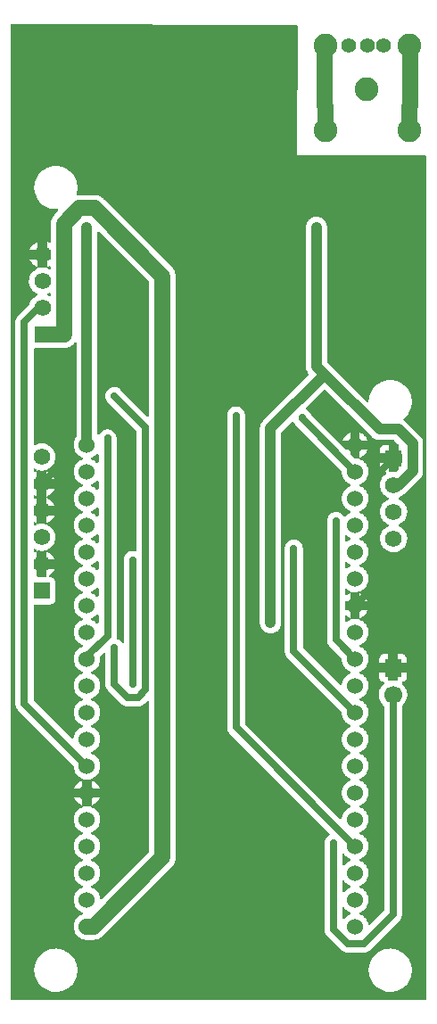
<source format=gtl>
G04 Layer: TopLayer*
G04 Panelize: , Column: 2, Row: 1, Board Size: 40.01mm x 93.13mm, Panelized Board Size: 90.01mm x 93.13mm*
G04 EasyEDA v6.5.51, 2025-12-10 18:06:53*
G04 0555fe365c4c4ce19a54b4cc8b748554,f920225d1fc94cab822a7ee7b834fcf3,10*
G04 Gerber Generator version 0.2*
G04 Scale: 100 percent, Rotated: No, Reflected: No *
G04 Dimensions in millimeters *
G04 leading zeros omitted , absolute positions ,4 integer and 5 decimal *
%FSLAX45Y45*%
%MOMM*%

%ADD10C,0.7000*%
%ADD11C,1.5000*%
%ADD12C,1.0000*%
%ADD13C,2.2500*%
%ADD14R,1.5748X1.7000*%
%ADD15C,1.7000*%
%ADD16R,1.5748X1.5748*%
%ADD17R,0.0155X1.5748*%
%ADD18C,1.5748*%
%ADD19C,1.5240*%
%ADD20C,1.4000*%
%ADD21C,0.7000*%
%ADD22C,1.2000*%

%LPD*%
G36*
X36068Y229108D02*
G01*
X32156Y229870D01*
X28905Y232105D01*
X26670Y235356D01*
X25908Y239267D01*
X25908Y9476130D01*
X26670Y9479991D01*
X28905Y9483293D01*
X32207Y9485528D01*
X36118Y9486290D01*
X2741625Y9477451D01*
X2745536Y9476689D01*
X2748838Y9474454D01*
X2751023Y9471152D01*
X2751785Y9467240D01*
X2743200Y8243316D01*
X2744216Y8242300D01*
X3964432Y8242300D01*
X3968343Y8241538D01*
X3971594Y8239302D01*
X3973829Y8236051D01*
X3974592Y8232140D01*
X3974592Y239267D01*
X3973829Y235356D01*
X3971594Y232105D01*
X3968343Y229870D01*
X3964432Y229108D01*
G37*

%LPC*%
G36*
X462178Y302564D02*
G01*
X481990Y304038D01*
X501548Y307390D01*
X520700Y312572D01*
X539292Y319633D01*
X557072Y328422D01*
X573938Y338886D01*
X589737Y350977D01*
X604266Y364490D01*
X617423Y379323D01*
X629107Y395427D01*
X639165Y412546D01*
X647547Y430530D01*
X654100Y449275D01*
X658876Y468528D01*
X661720Y488188D01*
X662686Y508000D01*
X661720Y527862D01*
X658876Y547522D01*
X654100Y566775D01*
X647547Y585520D01*
X639165Y603504D01*
X629107Y620623D01*
X617423Y636727D01*
X604266Y651560D01*
X589737Y665073D01*
X573938Y677164D01*
X557072Y687628D01*
X539292Y696417D01*
X520700Y703478D01*
X501548Y708660D01*
X481990Y712012D01*
X462178Y713486D01*
X442315Y712978D01*
X422605Y710590D01*
X403199Y706323D01*
X384352Y700176D01*
X366115Y692251D01*
X348792Y682599D01*
X332435Y671322D01*
X317246Y658520D01*
X303377Y644296D01*
X290931Y628802D01*
X280060Y612190D01*
X270814Y594614D01*
X263347Y576224D01*
X257657Y557225D01*
X253847Y537718D01*
X251967Y517956D01*
X251967Y498093D01*
X253847Y478332D01*
X257657Y458825D01*
X263347Y439826D01*
X270814Y421436D01*
X280060Y403860D01*
X290931Y387248D01*
X303377Y371754D01*
X317246Y357530D01*
X332435Y344728D01*
X348792Y333451D01*
X366115Y323799D01*
X384352Y315874D01*
X403199Y309727D01*
X422605Y305460D01*
X442315Y303072D01*
G37*
G36*
X3637178Y302564D02*
G01*
X3656990Y303987D01*
X3676548Y307340D01*
X3695700Y312572D01*
X3714292Y319582D01*
X3732072Y328422D01*
X3748938Y338886D01*
X3764737Y350926D01*
X3779265Y364439D01*
X3792423Y379323D01*
X3804107Y395376D01*
X3814165Y412496D01*
X3822547Y430530D01*
X3829100Y449224D01*
X3833876Y468528D01*
X3836720Y488188D01*
X3837686Y508000D01*
X3836720Y527812D01*
X3833876Y547471D01*
X3829100Y566775D01*
X3822547Y585470D01*
X3814165Y603504D01*
X3804107Y620623D01*
X3792423Y636676D01*
X3779265Y651560D01*
X3764737Y665073D01*
X3748938Y677113D01*
X3732072Y687578D01*
X3714292Y696417D01*
X3695700Y703427D01*
X3676548Y708660D01*
X3656990Y712012D01*
X3637178Y713435D01*
X3617315Y712978D01*
X3597605Y710539D01*
X3578199Y706272D01*
X3559352Y700125D01*
X3541115Y692200D01*
X3523792Y682548D01*
X3507435Y671271D01*
X3492246Y658469D01*
X3478377Y644245D01*
X3465931Y628802D01*
X3455060Y612190D01*
X3445814Y594614D01*
X3438347Y576224D01*
X3432657Y557174D01*
X3428847Y537667D01*
X3426968Y517906D01*
X3426968Y498093D01*
X3428847Y478332D01*
X3432657Y458825D01*
X3438347Y439775D01*
X3445814Y421385D01*
X3455060Y403809D01*
X3465931Y387197D01*
X3478377Y371754D01*
X3492246Y357530D01*
X3507435Y344728D01*
X3523792Y333451D01*
X3541115Y323799D01*
X3559352Y315874D01*
X3578199Y309727D01*
X3597605Y305460D01*
X3617315Y303022D01*
G37*
G36*
X3229610Y674573D02*
G01*
X3381044Y674573D01*
X3387344Y674827D01*
X3393440Y675487D01*
X3399434Y676554D01*
X3405327Y678078D01*
X3411118Y680008D01*
X3416757Y682294D01*
X3422243Y685038D01*
X3427476Y688187D01*
X3432505Y691642D01*
X3437229Y695452D01*
X3441852Y699770D01*
X3717950Y975868D01*
X3722217Y980440D01*
X3726027Y985215D01*
X3729532Y990244D01*
X3732631Y995476D01*
X3735374Y1000912D01*
X3737711Y1006551D01*
X3739642Y1012342D01*
X3741165Y1018286D01*
X3742232Y1024280D01*
X3742893Y1030325D01*
X3743096Y1036624D01*
X3743096Y3014522D01*
X3743960Y3018536D01*
X3746296Y3021939D01*
X3756151Y3031236D01*
X3766261Y3043275D01*
X3774948Y3056432D01*
X3782009Y3070555D01*
X3787394Y3085338D01*
X3791051Y3100679D01*
X3792880Y3116326D01*
X3792880Y3132074D01*
X3791051Y3147720D01*
X3787394Y3163062D01*
X3782009Y3177844D01*
X3774948Y3191967D01*
X3766261Y3205124D01*
X3756151Y3217164D01*
X3745229Y3227476D01*
X3742791Y3231032D01*
X3742029Y3235248D01*
X3743096Y3239363D01*
X3745737Y3242716D01*
X3749548Y3244697D01*
X3753612Y3245764D01*
X3761587Y3249472D01*
X3768801Y3254552D01*
X3774998Y3260750D01*
X3780028Y3267964D01*
X3783787Y3275939D01*
X3786022Y3284423D01*
X3786835Y3293668D01*
X3786835Y3329330D01*
X3703320Y3329330D01*
X3703320Y3265373D01*
X3702608Y3261664D01*
X3700627Y3258464D01*
X3697630Y3256229D01*
X3693972Y3255213D01*
X3673348Y3258769D01*
X3657600Y3259683D01*
X3641851Y3258769D01*
X3621227Y3255213D01*
X3617569Y3256229D01*
X3614572Y3258464D01*
X3612591Y3261664D01*
X3611879Y3265373D01*
X3611879Y3329330D01*
X3528364Y3329330D01*
X3528364Y3293668D01*
X3529177Y3284423D01*
X3531412Y3275939D01*
X3535172Y3267964D01*
X3540201Y3260750D01*
X3546398Y3254552D01*
X3553612Y3249472D01*
X3561587Y3245764D01*
X3565651Y3244697D01*
X3569462Y3242716D01*
X3572103Y3239363D01*
X3573170Y3235248D01*
X3572408Y3231032D01*
X3569970Y3227476D01*
X3559048Y3217164D01*
X3548938Y3205124D01*
X3540251Y3191967D01*
X3533190Y3177844D01*
X3527806Y3163062D01*
X3524148Y3147720D01*
X3522319Y3132074D01*
X3522319Y3116326D01*
X3524148Y3100679D01*
X3527806Y3085338D01*
X3533190Y3070555D01*
X3540251Y3056432D01*
X3548938Y3043275D01*
X3559048Y3031236D01*
X3568903Y3021939D01*
X3571240Y3018536D01*
X3572103Y3014522D01*
X3572103Y1076096D01*
X3571341Y1072184D01*
X3569106Y1068882D01*
X3440125Y939901D01*
X3436416Y937564D01*
X3432098Y936955D01*
X3427882Y938276D01*
X3424682Y941222D01*
X3422954Y945286D01*
X3421583Y952753D01*
X3417011Y967333D01*
X3410762Y981303D01*
X3402837Y994410D01*
X3393389Y1006449D01*
X3382568Y1017269D01*
X3370529Y1026668D01*
X3357473Y1034592D01*
X3345129Y1040180D01*
X3341928Y1042365D01*
X3339846Y1045616D01*
X3339134Y1049426D01*
X3339846Y1053236D01*
X3341928Y1056487D01*
X3345129Y1058672D01*
X3357473Y1064260D01*
X3370529Y1072184D01*
X3382568Y1081582D01*
X3393389Y1092403D01*
X3402837Y1104442D01*
X3410762Y1117549D01*
X3417011Y1131519D01*
X3421583Y1146098D01*
X3424326Y1161135D01*
X3425291Y1176426D01*
X3424326Y1191717D01*
X3421583Y1206754D01*
X3417011Y1221333D01*
X3410762Y1235303D01*
X3402837Y1248410D01*
X3393389Y1260449D01*
X3382568Y1271270D01*
X3370529Y1280668D01*
X3357473Y1288592D01*
X3345129Y1294180D01*
X3341928Y1296365D01*
X3339846Y1299616D01*
X3339134Y1303426D01*
X3339846Y1307236D01*
X3341928Y1310487D01*
X3345129Y1312672D01*
X3357473Y1318260D01*
X3370529Y1326184D01*
X3382568Y1335582D01*
X3393389Y1346403D01*
X3402837Y1358442D01*
X3410762Y1371549D01*
X3417011Y1385519D01*
X3421583Y1400098D01*
X3424326Y1415135D01*
X3425291Y1430426D01*
X3424326Y1445717D01*
X3421583Y1460754D01*
X3417011Y1475333D01*
X3410762Y1489303D01*
X3402837Y1502410D01*
X3393389Y1514449D01*
X3382568Y1525270D01*
X3370529Y1534668D01*
X3357473Y1542592D01*
X3345129Y1548180D01*
X3341928Y1550365D01*
X3339846Y1553616D01*
X3339134Y1557426D01*
X3339846Y1561236D01*
X3341928Y1564487D01*
X3345129Y1566672D01*
X3357473Y1572260D01*
X3370529Y1580184D01*
X3382568Y1589582D01*
X3393389Y1600403D01*
X3402837Y1612442D01*
X3410762Y1625549D01*
X3417011Y1639519D01*
X3421583Y1654098D01*
X3424326Y1669135D01*
X3425291Y1684426D01*
X3424326Y1699717D01*
X3421583Y1714754D01*
X3417011Y1729333D01*
X3410762Y1743303D01*
X3402837Y1756410D01*
X3393389Y1768449D01*
X3382568Y1779270D01*
X3370529Y1788668D01*
X3357473Y1796592D01*
X3345129Y1802180D01*
X3341928Y1804365D01*
X3339846Y1807616D01*
X3339134Y1811426D01*
X3339846Y1815236D01*
X3341928Y1818487D01*
X3345129Y1820672D01*
X3357473Y1826260D01*
X3370529Y1834184D01*
X3382568Y1843582D01*
X3393389Y1854403D01*
X3402837Y1866442D01*
X3410762Y1879549D01*
X3417011Y1893519D01*
X3421583Y1908098D01*
X3424326Y1923135D01*
X3425291Y1938426D01*
X3424326Y1953717D01*
X3421583Y1968754D01*
X3417011Y1983333D01*
X3410762Y1997303D01*
X3402837Y2010410D01*
X3393389Y2022449D01*
X3382568Y2033270D01*
X3370529Y2042668D01*
X3357473Y2050592D01*
X3345129Y2056180D01*
X3341928Y2058365D01*
X3339846Y2061616D01*
X3339134Y2065426D01*
X3339846Y2069236D01*
X3341928Y2072487D01*
X3345129Y2074672D01*
X3357473Y2080260D01*
X3370529Y2088184D01*
X3382568Y2097582D01*
X3393389Y2108403D01*
X3402837Y2120442D01*
X3410762Y2133549D01*
X3417011Y2147519D01*
X3421583Y2162098D01*
X3424326Y2177135D01*
X3425291Y2192426D01*
X3424326Y2207717D01*
X3421583Y2222754D01*
X3417011Y2237333D01*
X3410762Y2251303D01*
X3402837Y2264410D01*
X3393389Y2276449D01*
X3382568Y2287270D01*
X3370529Y2296668D01*
X3357473Y2304592D01*
X3345129Y2310180D01*
X3341928Y2312365D01*
X3339846Y2315616D01*
X3339134Y2319426D01*
X3339846Y2323236D01*
X3341928Y2326487D01*
X3345129Y2328672D01*
X3357473Y2334260D01*
X3370529Y2342184D01*
X3382568Y2351582D01*
X3393389Y2362403D01*
X3402837Y2374442D01*
X3410762Y2387549D01*
X3417011Y2401519D01*
X3421583Y2416098D01*
X3424326Y2431135D01*
X3425291Y2446426D01*
X3424326Y2461717D01*
X3421583Y2476754D01*
X3417011Y2491333D01*
X3410762Y2505303D01*
X3402837Y2518410D01*
X3393389Y2530449D01*
X3382568Y2541270D01*
X3370529Y2550668D01*
X3357473Y2558592D01*
X3345129Y2564180D01*
X3341928Y2566365D01*
X3339846Y2569616D01*
X3339134Y2573426D01*
X3339846Y2577236D01*
X3341928Y2580487D01*
X3345129Y2582672D01*
X3357473Y2588260D01*
X3370529Y2596184D01*
X3382568Y2605582D01*
X3393389Y2616403D01*
X3402837Y2628442D01*
X3410762Y2641549D01*
X3417011Y2655519D01*
X3421583Y2670098D01*
X3424326Y2685135D01*
X3425291Y2700426D01*
X3424326Y2715717D01*
X3421583Y2730754D01*
X3417011Y2745333D01*
X3410762Y2759303D01*
X3402837Y2772410D01*
X3393389Y2784449D01*
X3382568Y2795270D01*
X3370529Y2804668D01*
X3357473Y2812592D01*
X3345129Y2818180D01*
X3341928Y2820365D01*
X3339846Y2823616D01*
X3339134Y2827426D01*
X3339846Y2831236D01*
X3341928Y2834487D01*
X3345129Y2836672D01*
X3357473Y2842260D01*
X3370529Y2850184D01*
X3382568Y2859582D01*
X3393389Y2870403D01*
X3402837Y2882442D01*
X3410762Y2895549D01*
X3417011Y2909519D01*
X3421583Y2924098D01*
X3424326Y2939135D01*
X3425291Y2954426D01*
X3424326Y2969717D01*
X3421583Y2984754D01*
X3417011Y2999333D01*
X3410762Y3013303D01*
X3402837Y3026410D01*
X3393389Y3038449D01*
X3382568Y3049270D01*
X3370529Y3058668D01*
X3357473Y3066592D01*
X3345129Y3072180D01*
X3341928Y3074365D01*
X3339846Y3077616D01*
X3339134Y3081426D01*
X3339846Y3085236D01*
X3341928Y3088487D01*
X3345129Y3090672D01*
X3357473Y3096260D01*
X3370529Y3104184D01*
X3382568Y3113582D01*
X3393389Y3124403D01*
X3402837Y3136442D01*
X3410762Y3149549D01*
X3417011Y3163519D01*
X3421583Y3178098D01*
X3424326Y3193135D01*
X3425291Y3208426D01*
X3424326Y3223717D01*
X3421583Y3238754D01*
X3417011Y3253333D01*
X3410762Y3267303D01*
X3402837Y3280410D01*
X3393389Y3292449D01*
X3382568Y3303270D01*
X3370529Y3312668D01*
X3357473Y3320592D01*
X3345129Y3326180D01*
X3341928Y3328365D01*
X3339846Y3331616D01*
X3339134Y3335426D01*
X3339846Y3339236D01*
X3341928Y3342487D01*
X3345129Y3344672D01*
X3357473Y3350260D01*
X3370529Y3358184D01*
X3382568Y3367582D01*
X3393389Y3378403D01*
X3402837Y3390442D01*
X3410762Y3403549D01*
X3417011Y3417519D01*
X3421583Y3432098D01*
X3424326Y3447135D01*
X3425291Y3462426D01*
X3424326Y3477717D01*
X3421583Y3492754D01*
X3417011Y3507333D01*
X3410762Y3521303D01*
X3402837Y3534410D01*
X3393389Y3546449D01*
X3382568Y3557270D01*
X3370529Y3566668D01*
X3357473Y3574592D01*
X3345129Y3580180D01*
X3341928Y3582365D01*
X3339846Y3585616D01*
X3339134Y3589426D01*
X3339846Y3593236D01*
X3341928Y3596487D01*
X3345129Y3598672D01*
X3357473Y3604260D01*
X3370529Y3612184D01*
X3382568Y3621582D01*
X3393389Y3632403D01*
X3402837Y3644442D01*
X3410762Y3657549D01*
X3417011Y3671519D01*
X3421583Y3686098D01*
X3424326Y3701135D01*
X3425291Y3716426D01*
X3424326Y3731717D01*
X3421583Y3746754D01*
X3417011Y3761333D01*
X3410762Y3775303D01*
X3402837Y3788410D01*
X3393389Y3800449D01*
X3382568Y3811270D01*
X3370529Y3820668D01*
X3357473Y3828592D01*
X3345129Y3834180D01*
X3341928Y3836365D01*
X3339846Y3839616D01*
X3339541Y3841343D01*
X3337255Y3839667D01*
X3333597Y3838701D01*
X3313836Y3842207D01*
X3298596Y3843121D01*
X3283305Y3842207D01*
X3263544Y3838701D01*
X3259886Y3839667D01*
X3257651Y3841343D01*
X3257296Y3839616D01*
X3255213Y3836365D01*
X3252063Y3834180D01*
X3239719Y3828592D01*
X3226612Y3820668D01*
X3219704Y3815283D01*
X3215640Y3813352D01*
X3211118Y3813403D01*
X3207054Y3815334D01*
X3204260Y3818890D01*
X3203295Y3823258D01*
X3203295Y3863594D01*
X3204260Y3867962D01*
X3207054Y3871518D01*
X3211118Y3873449D01*
X3215640Y3873500D01*
X3219704Y3871569D01*
X3226612Y3866184D01*
X3239719Y3858260D01*
X3252063Y3852672D01*
X3254146Y3851249D01*
X3254146Y3925976D01*
X3213455Y3925976D01*
X3209544Y3926738D01*
X3206242Y3928973D01*
X3204057Y3932224D01*
X3203295Y3936136D01*
X3203295Y4004716D01*
X3204057Y4008628D01*
X3206242Y4011879D01*
X3209544Y4014114D01*
X3213455Y4014876D01*
X3254146Y4014876D01*
X3254146Y4089603D01*
X3252063Y4088180D01*
X3239719Y4082592D01*
X3226612Y4074668D01*
X3219704Y4069283D01*
X3215640Y4067352D01*
X3211118Y4067403D01*
X3207054Y4069334D01*
X3204260Y4072890D01*
X3203295Y4077258D01*
X3203295Y4117594D01*
X3204260Y4121962D01*
X3207054Y4125518D01*
X3211118Y4127449D01*
X3215640Y4127500D01*
X3219704Y4125569D01*
X3226612Y4120184D01*
X3239719Y4112260D01*
X3252063Y4106672D01*
X3255213Y4104487D01*
X3257296Y4101236D01*
X3257651Y4099509D01*
X3259886Y4101185D01*
X3263544Y4102150D01*
X3283305Y4098645D01*
X3298596Y4097731D01*
X3313836Y4098645D01*
X3333597Y4102150D01*
X3337255Y4101185D01*
X3339541Y4099509D01*
X3339846Y4101236D01*
X3341928Y4104487D01*
X3345129Y4106672D01*
X3357473Y4112260D01*
X3370529Y4120184D01*
X3382568Y4129582D01*
X3393389Y4140403D01*
X3402837Y4152442D01*
X3410762Y4165549D01*
X3417011Y4179519D01*
X3421583Y4194098D01*
X3424326Y4209135D01*
X3425291Y4224426D01*
X3424326Y4239717D01*
X3421583Y4254754D01*
X3417011Y4269333D01*
X3410762Y4283303D01*
X3402837Y4296410D01*
X3393389Y4308449D01*
X3382568Y4319270D01*
X3370529Y4328668D01*
X3357473Y4336592D01*
X3345129Y4342180D01*
X3341928Y4344365D01*
X3339846Y4347616D01*
X3339134Y4351426D01*
X3339846Y4355236D01*
X3341928Y4358487D01*
X3345129Y4360672D01*
X3357473Y4366260D01*
X3370529Y4374184D01*
X3382568Y4383582D01*
X3393389Y4394403D01*
X3402837Y4406442D01*
X3410762Y4419549D01*
X3417011Y4433519D01*
X3421583Y4448098D01*
X3424326Y4463135D01*
X3425291Y4478426D01*
X3424326Y4493717D01*
X3421583Y4508754D01*
X3417011Y4523333D01*
X3410762Y4537303D01*
X3402837Y4550410D01*
X3393389Y4562449D01*
X3382568Y4573270D01*
X3370529Y4582668D01*
X3357473Y4590592D01*
X3345129Y4596180D01*
X3341928Y4598365D01*
X3339846Y4601616D01*
X3339134Y4605426D01*
X3339846Y4609236D01*
X3341928Y4612487D01*
X3345129Y4614672D01*
X3357473Y4620260D01*
X3370529Y4628184D01*
X3382568Y4637582D01*
X3393389Y4648403D01*
X3402837Y4660442D01*
X3410762Y4673549D01*
X3417011Y4687519D01*
X3421583Y4702098D01*
X3424326Y4717135D01*
X3425291Y4732426D01*
X3424326Y4747717D01*
X3421583Y4762754D01*
X3417011Y4777333D01*
X3410762Y4791303D01*
X3402837Y4804410D01*
X3393389Y4816449D01*
X3382568Y4827270D01*
X3370529Y4836668D01*
X3357473Y4844592D01*
X3345129Y4850180D01*
X3341928Y4852365D01*
X3339846Y4855616D01*
X3339134Y4859426D01*
X3339846Y4863236D01*
X3341928Y4866487D01*
X3345129Y4868672D01*
X3357473Y4874260D01*
X3370529Y4882184D01*
X3382568Y4891582D01*
X3393389Y4902403D01*
X3402837Y4914442D01*
X3410762Y4927549D01*
X3417011Y4941519D01*
X3421583Y4956098D01*
X3424326Y4971135D01*
X3425291Y4986426D01*
X3424326Y5001717D01*
X3421583Y5016754D01*
X3417011Y5031333D01*
X3410762Y5045303D01*
X3402837Y5058410D01*
X3393389Y5070449D01*
X3382568Y5081270D01*
X3370529Y5090668D01*
X3357473Y5098592D01*
X3345129Y5104180D01*
X3341928Y5106365D01*
X3339846Y5109616D01*
X3339134Y5113426D01*
X3339846Y5117236D01*
X3341928Y5120487D01*
X3345129Y5122672D01*
X3357473Y5128260D01*
X3370529Y5136184D01*
X3382568Y5145582D01*
X3393389Y5156403D01*
X3402837Y5168442D01*
X3410762Y5181549D01*
X3417011Y5195519D01*
X3421583Y5210098D01*
X3424326Y5225135D01*
X3425291Y5240426D01*
X3424326Y5255717D01*
X3421583Y5270754D01*
X3417011Y5285333D01*
X3410762Y5299303D01*
X3402837Y5312410D01*
X3393389Y5324449D01*
X3382568Y5335270D01*
X3370529Y5344668D01*
X3357473Y5352592D01*
X3345129Y5358180D01*
X3341928Y5360365D01*
X3339846Y5363616D01*
X3339541Y5365343D01*
X3337255Y5363667D01*
X3333597Y5362702D01*
X3313836Y5366207D01*
X3298596Y5367121D01*
X3293465Y5367680D01*
X3289909Y5370017D01*
X3257092Y5402834D01*
X3254908Y5406136D01*
X3254146Y5409996D01*
X3254146Y5449976D01*
X3214166Y5449976D01*
X3210255Y5450738D01*
X3206953Y5452973D01*
X2880410Y5779465D01*
X2878074Y5783122D01*
X2873959Y5794197D01*
X2868117Y5804916D01*
X2860802Y5814669D01*
X2852166Y5823305D01*
X2842412Y5830620D01*
X2836164Y5834024D01*
X2833268Y5836361D01*
X2831439Y5839663D01*
X2830880Y5843371D01*
X2831744Y5847029D01*
X2833878Y5850128D01*
X2999028Y6015278D01*
X3002280Y6017463D01*
X3006191Y6018225D01*
X3010103Y6017463D01*
X3013354Y6015278D01*
X3458718Y5569915D01*
X3468827Y5561025D01*
X3479749Y5553710D01*
X3491585Y5547918D01*
X3504031Y5543702D01*
X3516884Y5541111D01*
X3530346Y5540248D01*
X3664407Y5540248D01*
X3668268Y5539486D01*
X3671570Y5537250D01*
X3706622Y5502249D01*
X3708806Y5498947D01*
X3709568Y5495036D01*
X3709568Y5413146D01*
X3732987Y5413146D01*
X3736898Y5412384D01*
X3740150Y5410149D01*
X3742385Y5406898D01*
X3743147Y5402986D01*
X3743147Y5331866D01*
X3742385Y5327954D01*
X3740150Y5324703D01*
X3736898Y5322468D01*
X3732987Y5321706D01*
X3709568Y5321706D01*
X3709568Y5260340D01*
X3708806Y5256428D01*
X3706622Y5253126D01*
X3696665Y5243220D01*
X3693871Y5241239D01*
X3690569Y5240274D01*
X3671519Y5242407D01*
X3656228Y5242407D01*
X3641039Y5240629D01*
X3630676Y5238140D01*
X3627069Y5237937D01*
X3623564Y5239004D01*
X3620719Y5241290D01*
X3618788Y5244388D01*
X3618179Y5247995D01*
X3618179Y5321706D01*
X3534613Y5321706D01*
X3534613Y5289143D01*
X3535426Y5279898D01*
X3537712Y5271414D01*
X3541420Y5263438D01*
X3546449Y5256225D01*
X3552698Y5250027D01*
X3559911Y5244998D01*
X3567887Y5241239D01*
X3576370Y5239004D01*
X3585819Y5238140D01*
X3589782Y5236972D01*
X3592931Y5234279D01*
X3594760Y5230571D01*
X3594963Y5226456D01*
X3593490Y5222595D01*
X3590594Y5219598D01*
X3585464Y5216144D01*
X3573881Y5206136D01*
X3563518Y5194858D01*
X3554577Y5182412D01*
X3547211Y5169001D01*
X3541471Y5154828D01*
X3537407Y5140045D01*
X3535172Y5124907D01*
X3534714Y5109616D01*
X3536035Y5094325D01*
X3539236Y5079339D01*
X3544112Y5064861D01*
X3550716Y5051044D01*
X3558895Y5038090D01*
X3568547Y5026202D01*
X3579520Y5015534D01*
X3591661Y5006238D01*
X3604869Y4998466D01*
X3610813Y4995824D01*
X3613962Y4993690D01*
X3616096Y4990541D01*
X3616909Y4986832D01*
X3616299Y4983073D01*
X3614369Y4979822D01*
X3611372Y4977485D01*
X3598164Y4970678D01*
X3585464Y4962144D01*
X3573881Y4952136D01*
X3563518Y4940858D01*
X3554577Y4928412D01*
X3547211Y4915001D01*
X3541471Y4900828D01*
X3537407Y4886045D01*
X3535172Y4870907D01*
X3534714Y4855616D01*
X3536035Y4840325D01*
X3539236Y4825339D01*
X3544112Y4810861D01*
X3550716Y4797044D01*
X3558895Y4784090D01*
X3568547Y4772202D01*
X3579520Y4761534D01*
X3591661Y4752238D01*
X3604869Y4744466D01*
X3610813Y4741824D01*
X3613962Y4739690D01*
X3616096Y4736541D01*
X3616909Y4732832D01*
X3616299Y4729073D01*
X3614369Y4725822D01*
X3611372Y4723485D01*
X3598164Y4716678D01*
X3585464Y4708144D01*
X3573881Y4698136D01*
X3563518Y4686858D01*
X3554577Y4674412D01*
X3547211Y4661001D01*
X3541471Y4646828D01*
X3537407Y4632045D01*
X3535172Y4616907D01*
X3534714Y4601616D01*
X3536035Y4586325D01*
X3539236Y4571339D01*
X3544112Y4556861D01*
X3550716Y4543044D01*
X3558895Y4530090D01*
X3568547Y4518202D01*
X3579520Y4507534D01*
X3591661Y4498238D01*
X3604869Y4490466D01*
X3618890Y4484268D01*
X3633520Y4479798D01*
X3648608Y4477105D01*
X3663899Y4476191D01*
X3679139Y4477105D01*
X3694226Y4479798D01*
X3708857Y4484268D01*
X3722878Y4490466D01*
X3736086Y4498238D01*
X3748227Y4507534D01*
X3759200Y4518202D01*
X3768851Y4530090D01*
X3777030Y4543044D01*
X3783634Y4556861D01*
X3788511Y4571339D01*
X3791712Y4586325D01*
X3793032Y4601616D01*
X3792575Y4616907D01*
X3790340Y4632045D01*
X3786276Y4646828D01*
X3780536Y4661001D01*
X3773170Y4674412D01*
X3764229Y4686858D01*
X3753865Y4698136D01*
X3742283Y4708144D01*
X3729583Y4716678D01*
X3716375Y4723485D01*
X3713378Y4725822D01*
X3711448Y4729073D01*
X3710838Y4732832D01*
X3711651Y4736541D01*
X3713784Y4739690D01*
X3716934Y4741824D01*
X3722878Y4744466D01*
X3736086Y4752238D01*
X3748227Y4761534D01*
X3759200Y4772202D01*
X3768851Y4784090D01*
X3777030Y4797044D01*
X3783634Y4810861D01*
X3788511Y4825339D01*
X3791712Y4840325D01*
X3793032Y4855616D01*
X3792575Y4870907D01*
X3790340Y4886045D01*
X3786276Y4900828D01*
X3780536Y4915001D01*
X3773170Y4928412D01*
X3764229Y4940858D01*
X3753865Y4952136D01*
X3742283Y4962144D01*
X3729583Y4970678D01*
X3716375Y4977485D01*
X3713378Y4979822D01*
X3711448Y4983073D01*
X3710838Y4986832D01*
X3711651Y4990541D01*
X3713784Y4993690D01*
X3716934Y4995824D01*
X3722878Y4998466D01*
X3736086Y5006238D01*
X3748227Y5015534D01*
X3759098Y5026101D01*
X3760571Y5027269D01*
X3770223Y5033721D01*
X3780332Y5042611D01*
X3914495Y5176723D01*
X3923385Y5186883D01*
X3930700Y5197805D01*
X3936492Y5209590D01*
X3940708Y5222036D01*
X3943299Y5234940D01*
X3944162Y5248402D01*
X3944162Y5506974D01*
X3943299Y5520436D01*
X3940708Y5533339D01*
X3936492Y5545785D01*
X3930700Y5557570D01*
X3923385Y5568492D01*
X3914495Y5578652D01*
X3781551Y5711596D01*
X3771392Y5720486D01*
X3760114Y5728004D01*
X3757371Y5730697D01*
X3755847Y5734202D01*
X3755745Y5738063D01*
X3757066Y5741670D01*
X3759606Y5744514D01*
X3764737Y5748426D01*
X3779265Y5761939D01*
X3792423Y5776823D01*
X3804107Y5792876D01*
X3814165Y5809996D01*
X3822547Y5828030D01*
X3829100Y5846724D01*
X3833876Y5866028D01*
X3836720Y5885688D01*
X3837686Y5905500D01*
X3836720Y5925312D01*
X3833876Y5944971D01*
X3829100Y5964275D01*
X3822547Y5982970D01*
X3814165Y6001004D01*
X3804107Y6018123D01*
X3792423Y6034176D01*
X3779265Y6049060D01*
X3764737Y6062573D01*
X3748938Y6074613D01*
X3732072Y6085078D01*
X3714292Y6093917D01*
X3695700Y6100927D01*
X3676548Y6106160D01*
X3656990Y6109512D01*
X3637178Y6110935D01*
X3617315Y6110478D01*
X3597605Y6108039D01*
X3578199Y6103772D01*
X3559352Y6097625D01*
X3541115Y6089700D01*
X3523792Y6080048D01*
X3507435Y6068771D01*
X3492246Y6055969D01*
X3478377Y6041745D01*
X3465931Y6026302D01*
X3455060Y6009690D01*
X3445814Y5992114D01*
X3438347Y5973724D01*
X3432657Y5954674D01*
X3428847Y5935167D01*
X3426968Y5915406D01*
X3426968Y5910478D01*
X3426155Y5906617D01*
X3423970Y5903315D01*
X3420668Y5901131D01*
X3416808Y5900318D01*
X3412896Y5901131D01*
X3409594Y5903315D01*
X3034842Y6278067D01*
X3032658Y6281369D01*
X3031896Y6285230D01*
X3031896Y7560157D01*
X3030982Y7573619D01*
X3028442Y7586522D01*
X3024225Y7598968D01*
X3018383Y7610703D01*
X3010204Y7622794D01*
X3001213Y7632750D01*
X2990951Y7641386D01*
X2979623Y7648651D01*
X2967685Y7654239D01*
X2954832Y7658252D01*
X2944317Y7660182D01*
X2941574Y7660487D01*
X2931210Y7660995D01*
X2928162Y7660944D01*
X2918104Y7660131D01*
X2914802Y7659624D01*
X2905201Y7657541D01*
X2901696Y7656525D01*
X2892806Y7653324D01*
X2889148Y7651750D01*
X2881020Y7647482D01*
X2877362Y7645298D01*
X2870098Y7640167D01*
X2866542Y7637322D01*
X2860243Y7631531D01*
X2856890Y7627975D01*
X2851607Y7621625D01*
X2848559Y7617459D01*
X2844292Y7610703D01*
X2841701Y7605877D01*
X2838500Y7598918D01*
X2836418Y7593533D01*
X2834284Y7586522D01*
X2832862Y7580528D01*
X2831693Y7573619D01*
X2831084Y7567218D01*
X2830880Y7560360D01*
X2830880Y6239764D01*
X2831744Y6226302D01*
X2834284Y6213398D01*
X2838500Y6200952D01*
X2844342Y6189167D01*
X2851658Y6178245D01*
X2857550Y6171488D01*
X2859481Y6168237D01*
X2860040Y6164478D01*
X2859227Y6160770D01*
X2857093Y6157620D01*
X2424430Y5724956D01*
X2415540Y5714796D01*
X2408224Y5703874D01*
X2402382Y5692089D01*
X2398166Y5679643D01*
X2395626Y5666740D01*
X2394762Y5653278D01*
X2394762Y3806698D01*
X2394966Y3799789D01*
X2395575Y3793439D01*
X2396744Y3786479D01*
X2398166Y3780536D01*
X2400300Y3773525D01*
X2402382Y3768090D01*
X2405583Y3761130D01*
X2408174Y3756304D01*
X2412441Y3749598D01*
X2415489Y3745382D01*
X2420772Y3739032D01*
X2424125Y3735527D01*
X2430424Y3729736D01*
X2433980Y3726840D01*
X2441244Y3721760D01*
X2444902Y3719525D01*
X2453030Y3715308D01*
X2456688Y3713734D01*
X2465578Y3710482D01*
X2469083Y3709466D01*
X2478684Y3707384D01*
X2481986Y3706876D01*
X2492044Y3706063D01*
X2495092Y3706012D01*
X2505456Y3706520D01*
X2518714Y3708806D01*
X2521000Y3709365D01*
X2533700Y3713683D01*
X2545486Y3719474D01*
X2556408Y3726789D01*
X2566314Y3735476D01*
X2575001Y3745382D01*
X2581706Y3755288D01*
X2587752Y3767277D01*
X2592171Y3779977D01*
X2594813Y3793134D01*
X2595727Y3806850D01*
X2595727Y5607812D01*
X2596540Y5611672D01*
X2598724Y5614974D01*
X2699664Y5715914D01*
X2702966Y5718098D01*
X2706827Y5718860D01*
X2710738Y5718098D01*
X2714040Y5715914D01*
X2716225Y5712612D01*
X2718409Y5707278D01*
X2721152Y5701792D01*
X2724302Y5696559D01*
X2727756Y5691530D01*
X2731566Y5686806D01*
X2735884Y5682183D01*
X3169005Y5249062D01*
X3171291Y5245506D01*
X3171901Y5240426D01*
X3172815Y5225135D01*
X3175558Y5210098D01*
X3180130Y5195519D01*
X3186379Y5181549D01*
X3194304Y5168442D01*
X3203752Y5156403D01*
X3214573Y5145582D01*
X3226612Y5136184D01*
X3239719Y5128260D01*
X3252063Y5122672D01*
X3255213Y5120487D01*
X3257296Y5117236D01*
X3258058Y5113426D01*
X3257296Y5109616D01*
X3255213Y5106365D01*
X3252063Y5104180D01*
X3239719Y5098592D01*
X3226612Y5090668D01*
X3214573Y5081270D01*
X3203752Y5070449D01*
X3194304Y5058410D01*
X3186379Y5045303D01*
X3180130Y5031333D01*
X3175558Y5016754D01*
X3172815Y5001717D01*
X3171901Y4986426D01*
X3172815Y4971135D01*
X3175558Y4956098D01*
X3180130Y4941519D01*
X3186379Y4927549D01*
X3194304Y4914442D01*
X3203752Y4902403D01*
X3214573Y4891582D01*
X3226612Y4882184D01*
X3239719Y4874260D01*
X3252063Y4868672D01*
X3255213Y4866487D01*
X3257296Y4863236D01*
X3258058Y4859426D01*
X3257296Y4855616D01*
X3255213Y4852365D01*
X3252063Y4850180D01*
X3239719Y4844592D01*
X3226612Y4836668D01*
X3214573Y4827270D01*
X3205734Y4818430D01*
X3202076Y4816094D01*
X3197809Y4815484D01*
X3193643Y4816703D01*
X3190392Y4819548D01*
X3182366Y4830419D01*
X3173730Y4839004D01*
X3163976Y4846320D01*
X3153308Y4852162D01*
X3141878Y4856429D01*
X3129940Y4859020D01*
X3117799Y4859883D01*
X3105607Y4859020D01*
X3093669Y4856429D01*
X3082239Y4852162D01*
X3071571Y4846320D01*
X3061817Y4839004D01*
X3053181Y4830368D01*
X3045866Y4820615D01*
X3040024Y4809947D01*
X3035757Y4798517D01*
X3033166Y4786579D01*
X3032252Y4774031D01*
X3032252Y3643426D01*
X3032506Y3637127D01*
X3033166Y3631031D01*
X3034233Y3625037D01*
X3035757Y3619144D01*
X3037687Y3613353D01*
X3040024Y3607714D01*
X3042716Y3602228D01*
X3045866Y3596995D01*
X3049320Y3591966D01*
X3053181Y3587242D01*
X3057448Y3582619D01*
X3169005Y3471062D01*
X3171291Y3467506D01*
X3171901Y3462426D01*
X3172815Y3447135D01*
X3175558Y3432098D01*
X3180130Y3417519D01*
X3186379Y3403549D01*
X3194304Y3390442D01*
X3203752Y3378403D01*
X3214573Y3367582D01*
X3226612Y3358184D01*
X3239719Y3350260D01*
X3252063Y3344672D01*
X3255213Y3342487D01*
X3257296Y3339236D01*
X3258058Y3335426D01*
X3257296Y3331616D01*
X3255213Y3328365D01*
X3252063Y3326180D01*
X3239719Y3320592D01*
X3226612Y3312668D01*
X3214573Y3303270D01*
X3203752Y3292449D01*
X3194304Y3280410D01*
X3186379Y3267303D01*
X3180130Y3253333D01*
X3175558Y3238754D01*
X3172815Y3223666D01*
X3171088Y3219602D01*
X3167837Y3216656D01*
X3163671Y3215335D01*
X3159302Y3215944D01*
X3155645Y3218281D01*
X2805023Y3568903D01*
X2802839Y3572205D01*
X2802077Y3576065D01*
X2802077Y4510989D01*
X2801162Y4523536D01*
X2798572Y4535474D01*
X2794304Y4546904D01*
X2788462Y4557572D01*
X2781147Y4567326D01*
X2772511Y4575962D01*
X2762758Y4583277D01*
X2752090Y4589119D01*
X2740660Y4593386D01*
X2728722Y4595977D01*
X2716580Y4596841D01*
X2704388Y4595977D01*
X2692450Y4593386D01*
X2681020Y4589119D01*
X2670352Y4583277D01*
X2660599Y4575962D01*
X2651963Y4567326D01*
X2644648Y4557572D01*
X2638806Y4546904D01*
X2634538Y4535474D01*
X2631948Y4523536D01*
X2631033Y4510989D01*
X2631033Y3536645D01*
X2631287Y3530346D01*
X2631948Y3524250D01*
X2633014Y3518255D01*
X2634538Y3512362D01*
X2636469Y3506571D01*
X2638806Y3500932D01*
X2641498Y3495446D01*
X2644648Y3490214D01*
X2648102Y3485184D01*
X2651963Y3480460D01*
X2656230Y3475837D01*
X3169005Y2963062D01*
X3171291Y2959506D01*
X3171901Y2954426D01*
X3172815Y2939135D01*
X3175558Y2924098D01*
X3180130Y2909519D01*
X3186379Y2895549D01*
X3194304Y2882442D01*
X3203752Y2870403D01*
X3214573Y2859582D01*
X3226612Y2850184D01*
X3239719Y2842260D01*
X3252063Y2836672D01*
X3255213Y2834487D01*
X3257296Y2831236D01*
X3258058Y2827426D01*
X3257296Y2823616D01*
X3255213Y2820365D01*
X3252063Y2818180D01*
X3239719Y2812592D01*
X3226612Y2804668D01*
X3214573Y2795270D01*
X3203752Y2784449D01*
X3194304Y2772410D01*
X3186379Y2759303D01*
X3180130Y2745333D01*
X3175558Y2730754D01*
X3172815Y2715717D01*
X3171901Y2700426D01*
X3172815Y2685135D01*
X3175558Y2670098D01*
X3180130Y2655519D01*
X3186379Y2641549D01*
X3194304Y2628442D01*
X3203752Y2616403D01*
X3214573Y2605582D01*
X3226612Y2596184D01*
X3239719Y2588260D01*
X3252063Y2582672D01*
X3255213Y2580487D01*
X3257296Y2577236D01*
X3258058Y2573426D01*
X3257296Y2569616D01*
X3255213Y2566365D01*
X3252063Y2564180D01*
X3239719Y2558592D01*
X3226612Y2550668D01*
X3214573Y2541270D01*
X3203752Y2530449D01*
X3194304Y2518410D01*
X3186379Y2505303D01*
X3180130Y2491333D01*
X3175558Y2476754D01*
X3172815Y2461717D01*
X3171901Y2446426D01*
X3172815Y2431135D01*
X3175558Y2416098D01*
X3180130Y2401519D01*
X3186379Y2387549D01*
X3194304Y2374442D01*
X3203752Y2362403D01*
X3214573Y2351582D01*
X3226612Y2342184D01*
X3239719Y2334260D01*
X3252063Y2328672D01*
X3255213Y2326487D01*
X3257296Y2323236D01*
X3258058Y2319426D01*
X3257296Y2315616D01*
X3255213Y2312365D01*
X3252063Y2310180D01*
X3239719Y2304592D01*
X3226612Y2296668D01*
X3214573Y2287270D01*
X3203752Y2276449D01*
X3194304Y2264410D01*
X3186379Y2251303D01*
X3180130Y2237333D01*
X3175558Y2222754D01*
X3172815Y2207717D01*
X3171901Y2192426D01*
X3172815Y2177135D01*
X3175558Y2162098D01*
X3180130Y2147519D01*
X3186379Y2133549D01*
X3194304Y2120442D01*
X3203752Y2108403D01*
X3214573Y2097582D01*
X3226612Y2088184D01*
X3239719Y2080260D01*
X3252063Y2074672D01*
X3255213Y2072487D01*
X3257296Y2069236D01*
X3258058Y2065426D01*
X3257296Y2061616D01*
X3255213Y2058365D01*
X3252063Y2056180D01*
X3239719Y2050592D01*
X3226612Y2042668D01*
X3214573Y2033270D01*
X3203752Y2022449D01*
X3194304Y2010410D01*
X3186379Y1997303D01*
X3180130Y1983333D01*
X3175558Y1968754D01*
X3172815Y1953666D01*
X3171088Y1949602D01*
X3167837Y1946656D01*
X3163671Y1945335D01*
X3159302Y1945944D01*
X3155645Y1948281D01*
X2257602Y2846324D01*
X2255367Y2849626D01*
X2254605Y2853537D01*
X2254605Y5774436D01*
X2253742Y5786932D01*
X2251151Y5798870D01*
X2246884Y5810300D01*
X2241042Y5821019D01*
X2233726Y5830773D01*
X2225090Y5839409D01*
X2215337Y5846724D01*
X2204618Y5852566D01*
X2193188Y5856833D01*
X2181250Y5859424D01*
X2169109Y5860288D01*
X2156968Y5859424D01*
X2145030Y5856833D01*
X2133600Y5852566D01*
X2122881Y5846724D01*
X2113127Y5839409D01*
X2104491Y5830773D01*
X2097176Y5821019D01*
X2091334Y5810300D01*
X2087067Y5798870D01*
X2084476Y5786932D01*
X2083612Y5774436D01*
X2083612Y2814066D01*
X2083816Y2807766D01*
X2084476Y2801721D01*
X2085543Y2795727D01*
X2087067Y2789783D01*
X2088997Y2783992D01*
X2091334Y2778353D01*
X2094077Y2772918D01*
X2097176Y2767685D01*
X2100681Y2762656D01*
X2104491Y2757881D01*
X2108758Y2753309D01*
X3056839Y1805228D01*
X3058922Y1802130D01*
X3059785Y1798472D01*
X3059277Y1794764D01*
X3057398Y1791512D01*
X3054502Y1789125D01*
X3046526Y1784807D01*
X3036773Y1777492D01*
X3028137Y1768856D01*
X3020822Y1759102D01*
X3014980Y1748383D01*
X3010712Y1736953D01*
X3008122Y1725015D01*
X3007258Y1712518D01*
X3007258Y896924D01*
X3007461Y890625D01*
X3008122Y884580D01*
X3009188Y878586D01*
X3010712Y872642D01*
X3012643Y866851D01*
X3014980Y861212D01*
X3017723Y855776D01*
X3020822Y850544D01*
X3024327Y845515D01*
X3028137Y840740D01*
X3032404Y836168D01*
X3168802Y699770D01*
X3173425Y695452D01*
X3178149Y691642D01*
X3183178Y688187D01*
X3188411Y685038D01*
X3193897Y682294D01*
X3199536Y680008D01*
X3205327Y678078D01*
X3211220Y676554D01*
X3217214Y675487D01*
X3223310Y674827D01*
G37*
G36*
X752602Y795731D02*
G01*
X770178Y796899D01*
X812342Y796899D01*
X820115Y797153D01*
X827633Y797814D01*
X835152Y798982D01*
X842568Y800557D01*
X849833Y802589D01*
X857046Y805078D01*
X864006Y807974D01*
X870864Y811276D01*
X877468Y815035D01*
X883818Y819150D01*
X889914Y823620D01*
X895756Y828497D01*
X901395Y833780D01*
X1557223Y1489659D01*
X1562557Y1495298D01*
X1567383Y1501089D01*
X1571904Y1507236D01*
X1576019Y1513586D01*
X1579727Y1520190D01*
X1583029Y1526997D01*
X1585925Y1534007D01*
X1588414Y1541170D01*
X1590446Y1548485D01*
X1592072Y1555902D01*
X1593189Y1563370D01*
X1593900Y1570939D01*
X1594104Y1578660D01*
X1594104Y7096099D01*
X1593900Y7103872D01*
X1593189Y7111390D01*
X1592072Y7118908D01*
X1590446Y7126325D01*
X1588414Y7133590D01*
X1585925Y7140803D01*
X1583029Y7147763D01*
X1579727Y7154621D01*
X1576019Y7161225D01*
X1571904Y7167575D01*
X1567383Y7173671D01*
X1562557Y7179513D01*
X1557223Y7185152D01*
X912114Y7830261D01*
X906475Y7835544D01*
X900684Y7840421D01*
X894537Y7844891D01*
X888187Y7849006D01*
X881583Y7852765D01*
X874776Y7856067D01*
X867765Y7858963D01*
X860602Y7861452D01*
X853287Y7863484D01*
X845870Y7865059D01*
X838403Y7866227D01*
X830834Y7866888D01*
X823112Y7867142D01*
X683412Y7867142D01*
X675690Y7866888D01*
X665378Y7865770D01*
X661416Y7865973D01*
X657860Y7867650D01*
X655167Y7870596D01*
X653796Y7874304D01*
X653999Y7878267D01*
X658876Y7898028D01*
X661720Y7917688D01*
X662686Y7937500D01*
X661720Y7957312D01*
X658876Y7976971D01*
X654100Y7996275D01*
X647547Y8014970D01*
X639165Y8033003D01*
X629107Y8050123D01*
X617423Y8066176D01*
X604266Y8081060D01*
X589737Y8094573D01*
X573938Y8106613D01*
X557072Y8117078D01*
X539292Y8125917D01*
X520700Y8132927D01*
X501548Y8138159D01*
X481990Y8141512D01*
X462178Y8142935D01*
X442315Y8142478D01*
X422605Y8140039D01*
X403199Y8135772D01*
X384352Y8129625D01*
X366115Y8121700D01*
X348792Y8112048D01*
X332435Y8100771D01*
X317246Y8087969D01*
X303377Y8073745D01*
X290931Y8058302D01*
X280060Y8041690D01*
X270814Y8024114D01*
X263347Y8005724D01*
X257657Y7986674D01*
X253847Y7967167D01*
X251967Y7947406D01*
X251967Y7927594D01*
X253847Y7907832D01*
X257657Y7888325D01*
X263347Y7869275D01*
X270814Y7850886D01*
X280060Y7833309D01*
X290931Y7816697D01*
X303377Y7801254D01*
X317246Y7787030D01*
X332435Y7774228D01*
X348792Y7762951D01*
X366115Y7753299D01*
X384352Y7745374D01*
X403199Y7739227D01*
X422605Y7734960D01*
X442315Y7732522D01*
X462178Y7732064D01*
X471678Y7732775D01*
X475691Y7732217D01*
X479247Y7730134D01*
X481634Y7726832D01*
X482549Y7722870D01*
X481838Y7718856D01*
X479602Y7715453D01*
X445516Y7681366D01*
X440182Y7675727D01*
X435356Y7669885D01*
X430834Y7663789D01*
X426720Y7657439D01*
X423011Y7650835D01*
X419709Y7643977D01*
X416814Y7637018D01*
X414324Y7629804D01*
X412292Y7622540D01*
X410667Y7615123D01*
X409549Y7607604D01*
X408838Y7600086D01*
X408635Y7592314D01*
X408635Y7423810D01*
X407720Y7419644D01*
X405231Y7416241D01*
X401574Y7414107D01*
X397306Y7413701D01*
X393293Y7415072D01*
X389229Y7417460D01*
X375920Y7423302D01*
X375920Y7348220D01*
X398475Y7348220D01*
X402336Y7347458D01*
X405638Y7345222D01*
X407873Y7341971D01*
X408635Y7338059D01*
X408635Y7266940D01*
X407873Y7263028D01*
X405638Y7259777D01*
X402336Y7257542D01*
X398475Y7256780D01*
X375920Y7256780D01*
X375920Y7183170D01*
X375208Y7179462D01*
X373227Y7176262D01*
X370179Y7174026D01*
X366522Y7173010D01*
X362813Y7173417D01*
X360578Y7174128D01*
X345490Y7176820D01*
X330200Y7177735D01*
X314909Y7176820D01*
X299821Y7174128D01*
X297586Y7173417D01*
X293878Y7173010D01*
X290220Y7174026D01*
X287172Y7176262D01*
X285191Y7179462D01*
X284480Y7183170D01*
X284480Y7256780D01*
X209550Y7256780D01*
X213512Y7246924D01*
X220929Y7233513D01*
X229870Y7221067D01*
X240182Y7209790D01*
X251764Y7199782D01*
X264464Y7191248D01*
X277723Y7184440D01*
X280720Y7182103D01*
X282651Y7178852D01*
X283210Y7175093D01*
X282397Y7171385D01*
X280263Y7168235D01*
X277164Y7166102D01*
X271170Y7163460D01*
X258013Y7155688D01*
X245821Y7146391D01*
X234848Y7135723D01*
X225196Y7123836D01*
X217017Y7110882D01*
X210464Y7097064D01*
X205536Y7082586D01*
X202387Y7067600D01*
X201015Y7052309D01*
X201472Y7037019D01*
X203758Y7021880D01*
X207771Y7007098D01*
X213512Y6992924D01*
X220929Y6979513D01*
X229870Y6967067D01*
X240182Y6955790D01*
X251764Y6945782D01*
X264464Y6937248D01*
X277723Y6930440D01*
X280720Y6928103D01*
X282651Y6924852D01*
X283210Y6921093D01*
X282397Y6917385D01*
X280263Y6914235D01*
X277164Y6912102D01*
X271170Y6909460D01*
X258013Y6901688D01*
X245821Y6892391D01*
X234848Y6881723D01*
X225196Y6869836D01*
X217017Y6856882D01*
X210464Y6843064D01*
X206451Y6831330D01*
X204012Y6827367D01*
X98806Y6722160D01*
X94538Y6717588D01*
X90728Y6712813D01*
X87223Y6707784D01*
X84124Y6702552D01*
X81381Y6697116D01*
X79044Y6691477D01*
X77114Y6685686D01*
X75590Y6679742D01*
X74523Y6673748D01*
X73863Y6667703D01*
X73660Y6661403D01*
X73660Y3040024D01*
X73863Y3033725D01*
X74523Y3027680D01*
X75590Y3021685D01*
X77114Y3015742D01*
X79044Y3009950D01*
X81381Y3004312D01*
X84124Y2998876D01*
X87223Y2993644D01*
X90728Y2988614D01*
X94538Y2983839D01*
X98806Y2979267D01*
X622960Y2455113D01*
X625297Y2451506D01*
X625906Y2446426D01*
X626821Y2431135D01*
X629564Y2416098D01*
X634136Y2401519D01*
X640384Y2387549D01*
X648309Y2374442D01*
X657758Y2362403D01*
X668578Y2351582D01*
X680618Y2342184D01*
X693724Y2334260D01*
X706069Y2328672D01*
X709218Y2326487D01*
X711301Y2323236D01*
X711657Y2321509D01*
X713892Y2323185D01*
X717550Y2324150D01*
X737311Y2320645D01*
X752602Y2319731D01*
X767842Y2320645D01*
X787603Y2324150D01*
X791260Y2323185D01*
X793496Y2321509D01*
X793851Y2323236D01*
X795934Y2326487D01*
X799084Y2328672D01*
X811428Y2334260D01*
X824534Y2342184D01*
X836574Y2351582D01*
X847394Y2362403D01*
X856843Y2374442D01*
X864768Y2387549D01*
X871016Y2401519D01*
X875588Y2416098D01*
X878332Y2431135D01*
X879246Y2446426D01*
X878332Y2461717D01*
X875588Y2476754D01*
X871016Y2491333D01*
X864768Y2505303D01*
X856843Y2518410D01*
X847394Y2530449D01*
X836574Y2541270D01*
X824534Y2550668D01*
X811428Y2558592D01*
X799084Y2564180D01*
X795934Y2566365D01*
X793851Y2569616D01*
X793089Y2573426D01*
X793851Y2577236D01*
X795934Y2580487D01*
X799084Y2582672D01*
X811428Y2588260D01*
X824534Y2596184D01*
X836574Y2605582D01*
X847394Y2616403D01*
X856843Y2628442D01*
X864768Y2641549D01*
X871016Y2655519D01*
X875588Y2670098D01*
X878332Y2685135D01*
X879246Y2700426D01*
X878332Y2715717D01*
X875588Y2730754D01*
X871016Y2745333D01*
X864768Y2759303D01*
X856843Y2772410D01*
X847394Y2784449D01*
X836574Y2795270D01*
X824534Y2804668D01*
X811428Y2812592D01*
X799084Y2818180D01*
X795934Y2820365D01*
X793851Y2823616D01*
X793089Y2827426D01*
X793851Y2831236D01*
X795934Y2834487D01*
X799084Y2836672D01*
X811428Y2842260D01*
X824534Y2850184D01*
X836574Y2859582D01*
X847394Y2870403D01*
X856843Y2882442D01*
X864768Y2895549D01*
X871016Y2909519D01*
X875588Y2924098D01*
X878332Y2939135D01*
X879246Y2954426D01*
X878332Y2969717D01*
X875588Y2984754D01*
X871016Y2999333D01*
X864768Y3013303D01*
X856843Y3026410D01*
X847394Y3038449D01*
X836574Y3049270D01*
X824534Y3058668D01*
X811428Y3066592D01*
X799084Y3072180D01*
X795934Y3074365D01*
X793851Y3077616D01*
X793089Y3081426D01*
X793851Y3085236D01*
X795934Y3088487D01*
X799084Y3090672D01*
X811428Y3096260D01*
X824534Y3104184D01*
X836574Y3113582D01*
X847394Y3124403D01*
X856843Y3136442D01*
X864768Y3149549D01*
X871016Y3163519D01*
X875588Y3178098D01*
X878332Y3193135D01*
X879246Y3208426D01*
X878332Y3223717D01*
X875588Y3238754D01*
X871016Y3253333D01*
X864768Y3267303D01*
X856843Y3280410D01*
X847394Y3292449D01*
X836574Y3303270D01*
X824534Y3312668D01*
X811428Y3320592D01*
X799084Y3326180D01*
X795934Y3328365D01*
X793851Y3331616D01*
X793089Y3335426D01*
X793851Y3339236D01*
X795934Y3342487D01*
X799084Y3344672D01*
X811428Y3350260D01*
X824534Y3358184D01*
X836574Y3367582D01*
X847394Y3378403D01*
X856843Y3390442D01*
X864768Y3403549D01*
X871016Y3417519D01*
X875588Y3432098D01*
X878332Y3447135D01*
X879246Y3462426D01*
X878332Y3477717D01*
X877366Y3483000D01*
X877316Y3486251D01*
X878281Y3489350D01*
X880160Y3491992D01*
X909472Y3521303D01*
X912774Y3523487D01*
X916686Y3524250D01*
X920546Y3523487D01*
X923848Y3521303D01*
X926084Y3518001D01*
X926846Y3514090D01*
X926846Y3225800D01*
X927049Y3219500D01*
X927709Y3213455D01*
X928776Y3207461D01*
X930300Y3201517D01*
X932230Y3195726D01*
X934567Y3190087D01*
X937310Y3184652D01*
X940409Y3179419D01*
X943914Y3174390D01*
X947724Y3169615D01*
X951992Y3165043D01*
X1077874Y3039160D01*
X1082497Y3034842D01*
X1087221Y3031032D01*
X1092250Y3027578D01*
X1097483Y3024428D01*
X1102969Y3021685D01*
X1108608Y3019399D01*
X1114399Y3017469D01*
X1120292Y3015945D01*
X1126286Y3014878D01*
X1132382Y3014218D01*
X1138682Y3013964D01*
X1237843Y3013964D01*
X1244142Y3014218D01*
X1250238Y3014878D01*
X1256233Y3015945D01*
X1262126Y3017469D01*
X1267917Y3019399D01*
X1273556Y3021685D01*
X1279042Y3024428D01*
X1284274Y3027578D01*
X1289304Y3031032D01*
X1294028Y3034842D01*
X1298651Y3039160D01*
X1325727Y3066288D01*
X1329029Y3068472D01*
X1332941Y3069234D01*
X1336802Y3068472D01*
X1340104Y3066288D01*
X1342339Y3062986D01*
X1343101Y3059074D01*
X1343101Y1634693D01*
X1342339Y1630832D01*
X1340104Y1627530D01*
X895807Y1183182D01*
X892606Y1180998D01*
X888796Y1180236D01*
X884986Y1180846D01*
X881735Y1182878D01*
X879398Y1186027D01*
X878484Y1189736D01*
X878332Y1191717D01*
X875588Y1206754D01*
X871016Y1221333D01*
X864768Y1235303D01*
X856843Y1248410D01*
X847394Y1260449D01*
X836574Y1271270D01*
X824534Y1280668D01*
X811428Y1288592D01*
X799084Y1294180D01*
X795934Y1296365D01*
X793851Y1299616D01*
X793089Y1303426D01*
X793851Y1307236D01*
X795934Y1310487D01*
X799084Y1312672D01*
X811428Y1318260D01*
X824534Y1326184D01*
X836574Y1335582D01*
X847394Y1346403D01*
X856843Y1358442D01*
X864768Y1371549D01*
X871016Y1385519D01*
X875588Y1400098D01*
X878332Y1415135D01*
X879246Y1430426D01*
X878332Y1445717D01*
X875588Y1460754D01*
X871016Y1475333D01*
X864768Y1489303D01*
X856843Y1502410D01*
X847394Y1514449D01*
X836574Y1525270D01*
X824534Y1534668D01*
X811428Y1542592D01*
X799084Y1548180D01*
X795934Y1550365D01*
X793851Y1553616D01*
X793089Y1557426D01*
X793851Y1561236D01*
X795934Y1564487D01*
X799084Y1566672D01*
X811428Y1572260D01*
X824534Y1580184D01*
X836574Y1589582D01*
X847394Y1600403D01*
X856843Y1612442D01*
X864768Y1625549D01*
X871016Y1639519D01*
X875588Y1654098D01*
X878332Y1669135D01*
X879246Y1684426D01*
X878332Y1699717D01*
X875588Y1714754D01*
X871016Y1729333D01*
X864768Y1743303D01*
X856843Y1756410D01*
X847394Y1768449D01*
X836574Y1779270D01*
X824534Y1788668D01*
X811428Y1796592D01*
X799084Y1802180D01*
X795934Y1804365D01*
X793851Y1807616D01*
X793089Y1811426D01*
X793851Y1815236D01*
X795934Y1818487D01*
X799084Y1820672D01*
X811428Y1826260D01*
X824534Y1834184D01*
X836574Y1843582D01*
X847394Y1854403D01*
X856843Y1866442D01*
X864768Y1879549D01*
X871016Y1893519D01*
X875588Y1908098D01*
X878332Y1923135D01*
X879246Y1938426D01*
X878332Y1953717D01*
X875588Y1968754D01*
X871016Y1983333D01*
X864768Y1997303D01*
X856843Y2010410D01*
X847394Y2022449D01*
X836574Y2033270D01*
X824534Y2042668D01*
X811428Y2050592D01*
X799084Y2056180D01*
X795934Y2058365D01*
X793851Y2061616D01*
X793496Y2063343D01*
X791260Y2061667D01*
X787603Y2060702D01*
X767842Y2064207D01*
X752602Y2065121D01*
X737311Y2064207D01*
X717550Y2060702D01*
X713892Y2061667D01*
X711657Y2063343D01*
X711301Y2061616D01*
X709218Y2058365D01*
X706069Y2056180D01*
X693724Y2050592D01*
X680618Y2042668D01*
X668578Y2033270D01*
X657758Y2022449D01*
X648309Y2010410D01*
X640384Y1997303D01*
X634136Y1983333D01*
X629564Y1968754D01*
X626821Y1953717D01*
X625906Y1938426D01*
X626821Y1923135D01*
X629564Y1908098D01*
X634136Y1893519D01*
X640384Y1879549D01*
X648309Y1866442D01*
X657758Y1854403D01*
X668578Y1843582D01*
X680618Y1834184D01*
X693724Y1826260D01*
X706069Y1820672D01*
X709218Y1818487D01*
X711301Y1815236D01*
X712063Y1811426D01*
X711301Y1807616D01*
X709218Y1804365D01*
X706069Y1802180D01*
X693724Y1796592D01*
X680618Y1788668D01*
X668578Y1779270D01*
X657758Y1768449D01*
X648309Y1756410D01*
X640384Y1743303D01*
X634136Y1729333D01*
X629564Y1714754D01*
X626821Y1699717D01*
X625906Y1684426D01*
X626821Y1669135D01*
X629564Y1654098D01*
X634136Y1639519D01*
X640384Y1625549D01*
X648309Y1612442D01*
X657758Y1600403D01*
X668578Y1589582D01*
X680618Y1580184D01*
X693724Y1572260D01*
X706069Y1566672D01*
X709218Y1564487D01*
X711301Y1561236D01*
X712063Y1557426D01*
X711301Y1553616D01*
X709218Y1550365D01*
X706069Y1548180D01*
X693724Y1542592D01*
X680618Y1534668D01*
X668578Y1525270D01*
X657758Y1514449D01*
X648309Y1502410D01*
X640384Y1489303D01*
X634136Y1475333D01*
X629564Y1460754D01*
X626821Y1445717D01*
X625906Y1430426D01*
X626821Y1415135D01*
X629564Y1400098D01*
X634136Y1385519D01*
X640384Y1371549D01*
X648309Y1358442D01*
X657758Y1346403D01*
X668578Y1335582D01*
X680618Y1326184D01*
X693724Y1318260D01*
X706069Y1312672D01*
X709218Y1310487D01*
X711301Y1307236D01*
X712063Y1303426D01*
X711301Y1299616D01*
X709218Y1296365D01*
X706069Y1294180D01*
X693724Y1288592D01*
X680618Y1280668D01*
X668578Y1271270D01*
X657758Y1260449D01*
X648309Y1248410D01*
X640384Y1235303D01*
X634136Y1221333D01*
X629564Y1206754D01*
X626821Y1191717D01*
X625906Y1176426D01*
X626821Y1161135D01*
X629564Y1146098D01*
X634136Y1131519D01*
X640384Y1117549D01*
X648309Y1104442D01*
X657758Y1092403D01*
X668578Y1081582D01*
X680618Y1072184D01*
X693724Y1064260D01*
X706069Y1058672D01*
X709218Y1056487D01*
X711301Y1053236D01*
X712063Y1049426D01*
X711301Y1045616D01*
X709218Y1042365D01*
X706069Y1040180D01*
X693724Y1034592D01*
X680618Y1026668D01*
X668578Y1017269D01*
X657758Y1006449D01*
X648309Y994410D01*
X640384Y981303D01*
X634136Y967333D01*
X629564Y952753D01*
X626821Y937717D01*
X625906Y922426D01*
X626821Y907135D01*
X629564Y892098D01*
X634136Y877519D01*
X640384Y863549D01*
X648309Y850442D01*
X657758Y838403D01*
X668578Y827582D01*
X680618Y818184D01*
X693724Y810260D01*
X707644Y803960D01*
X722274Y799439D01*
X737311Y796645D01*
G37*
G36*
X797052Y2073249D02*
G01*
X799084Y2074672D01*
X811428Y2080260D01*
X824534Y2088184D01*
X836574Y2097582D01*
X847394Y2108403D01*
X856843Y2120442D01*
X864768Y2133549D01*
X871169Y2147976D01*
X797052Y2147976D01*
G37*
G36*
X708152Y2073249D02*
G01*
X708152Y2147976D01*
X633984Y2147976D01*
X640384Y2133549D01*
X648309Y2120442D01*
X657758Y2108403D01*
X668578Y2097582D01*
X680618Y2088184D01*
X693724Y2080260D01*
X706069Y2074672D01*
G37*
G36*
X797052Y2236876D02*
G01*
X871169Y2236876D01*
X864768Y2251303D01*
X856843Y2264410D01*
X847394Y2276449D01*
X836574Y2287270D01*
X824534Y2296668D01*
X811428Y2304592D01*
X799084Y2310180D01*
X797052Y2311603D01*
G37*
G36*
X633984Y2236876D02*
G01*
X708152Y2236876D01*
X708152Y2311603D01*
X706069Y2310180D01*
X693724Y2304592D01*
X680618Y2296668D01*
X668578Y2287270D01*
X657758Y2276449D01*
X648309Y2264410D01*
X640384Y2251303D01*
G37*
G36*
X3703320Y3427069D02*
G01*
X3786835Y3427069D01*
X3786835Y3462731D01*
X3786022Y3471976D01*
X3783787Y3480460D01*
X3780028Y3488436D01*
X3774998Y3495649D01*
X3768801Y3501847D01*
X3761587Y3506927D01*
X3753612Y3510635D01*
X3745128Y3512921D01*
X3735882Y3513683D01*
X3703320Y3513683D01*
G37*
G36*
X3528364Y3427069D02*
G01*
X3611879Y3427069D01*
X3611879Y3513683D01*
X3579317Y3513683D01*
X3570071Y3512921D01*
X3561587Y3510635D01*
X3553612Y3506927D01*
X3546398Y3501847D01*
X3540201Y3495649D01*
X3535172Y3488436D01*
X3531412Y3480460D01*
X3529177Y3471976D01*
X3528364Y3462731D01*
G37*
G36*
X3343046Y3851249D02*
G01*
X3345129Y3852672D01*
X3357473Y3858260D01*
X3370529Y3866184D01*
X3382568Y3875582D01*
X3393389Y3886403D01*
X3402837Y3898442D01*
X3410762Y3911549D01*
X3417163Y3925976D01*
X3343046Y3925976D01*
G37*
G36*
X3343046Y4014876D02*
G01*
X3417163Y4014876D01*
X3410762Y4029303D01*
X3402837Y4042410D01*
X3393389Y4054449D01*
X3382568Y4065270D01*
X3370529Y4074668D01*
X3357473Y4082592D01*
X3345129Y4088180D01*
X3343046Y4089603D01*
G37*
G36*
X3343046Y5375249D02*
G01*
X3345129Y5376672D01*
X3357473Y5382260D01*
X3370529Y5390184D01*
X3382568Y5399582D01*
X3393389Y5410403D01*
X3402837Y5422442D01*
X3410762Y5435549D01*
X3417163Y5449976D01*
X3343046Y5449976D01*
G37*
G36*
X3534613Y5413146D02*
G01*
X3618179Y5413146D01*
X3618179Y5496661D01*
X3585565Y5496661D01*
X3576370Y5495848D01*
X3567887Y5493613D01*
X3559911Y5489854D01*
X3552698Y5484825D01*
X3546449Y5478627D01*
X3541420Y5471414D01*
X3537712Y5463438D01*
X3535426Y5454954D01*
X3534613Y5445709D01*
G37*
G36*
X3343046Y5538876D02*
G01*
X3417163Y5538876D01*
X3410762Y5553303D01*
X3402837Y5566410D01*
X3393389Y5578449D01*
X3382568Y5589270D01*
X3370529Y5598668D01*
X3357473Y5606592D01*
X3343046Y5613044D01*
G37*
G36*
X3179978Y5538876D02*
G01*
X3254146Y5538876D01*
X3254146Y5613044D01*
X3239719Y5606592D01*
X3226612Y5598668D01*
X3214573Y5589270D01*
X3203752Y5578449D01*
X3194304Y5566410D01*
X3186379Y5553303D01*
G37*
G36*
X209499Y7348220D02*
G01*
X284480Y7348220D01*
X284480Y7423302D01*
X271170Y7417460D01*
X258013Y7409688D01*
X245821Y7400391D01*
X234848Y7389723D01*
X225196Y7377836D01*
X217017Y7364882D01*
X210464Y7351064D01*
G37*

%LPD*%
G36*
X397306Y7159701D02*
G01*
X393293Y7161072D01*
X389229Y7163460D01*
X383235Y7166102D01*
X380136Y7168235D01*
X378002Y7171385D01*
X377190Y7175093D01*
X377748Y7178852D01*
X379679Y7182103D01*
X382676Y7184440D01*
X393852Y7190130D01*
X397814Y7191248D01*
X401878Y7190689D01*
X405434Y7188555D01*
X407771Y7185152D01*
X408635Y7181138D01*
X408635Y7169810D01*
X407720Y7165644D01*
X405231Y7162241D01*
X401574Y7160107D01*
G37*

%LPD*%
G36*
X397306Y6905701D02*
G01*
X393293Y6907072D01*
X389229Y6909460D01*
X383235Y6912102D01*
X380136Y6914235D01*
X378002Y6917385D01*
X377190Y6921093D01*
X377748Y6924852D01*
X379679Y6928103D01*
X382676Y6930440D01*
X393852Y6936130D01*
X397814Y6937248D01*
X401878Y6936689D01*
X405434Y6934555D01*
X407771Y6931152D01*
X408635Y6927138D01*
X408635Y6915810D01*
X407720Y6911644D01*
X405231Y6908241D01*
X401574Y6906107D01*
G37*

%LPD*%
G36*
X852881Y5323179D02*
G01*
X848969Y5323941D01*
X845667Y5326176D01*
X836574Y5335270D01*
X824534Y5344668D01*
X811428Y5352592D01*
X799084Y5358180D01*
X795934Y5360365D01*
X793851Y5363616D01*
X793089Y5367426D01*
X793851Y5371236D01*
X795934Y5374487D01*
X799084Y5376672D01*
X811428Y5382260D01*
X824534Y5390184D01*
X836574Y5399582D01*
X845667Y5408676D01*
X848969Y5410911D01*
X852881Y5411673D01*
X856742Y5410911D01*
X860044Y5408676D01*
X862279Y5405424D01*
X863041Y5401513D01*
X863041Y5333339D01*
X862279Y5329428D01*
X860044Y5326176D01*
X856742Y5323941D01*
G37*

%LPD*%
G36*
X255981Y5236921D02*
G01*
X251764Y5237327D01*
X248056Y5239461D01*
X245567Y5242864D01*
X244652Y5247030D01*
X244652Y5259070D01*
X245516Y5263134D01*
X247853Y5266486D01*
X251409Y5268671D01*
X255473Y5269230D01*
X259486Y5268112D01*
X271272Y5262067D01*
X274269Y5259730D01*
X276199Y5256479D01*
X276809Y5252720D01*
X275996Y5249011D01*
X273862Y5245862D01*
X270713Y5243728D01*
X264769Y5241086D01*
X259994Y5238292D01*
G37*

%LPD*%
G36*
X852881Y5069179D02*
G01*
X848969Y5069941D01*
X845667Y5072176D01*
X836574Y5081270D01*
X824534Y5090668D01*
X811428Y5098592D01*
X799084Y5104180D01*
X795934Y5106365D01*
X793851Y5109616D01*
X793089Y5113426D01*
X793851Y5117236D01*
X795934Y5120487D01*
X799084Y5122672D01*
X811428Y5128260D01*
X824534Y5136184D01*
X836574Y5145582D01*
X845667Y5154676D01*
X848969Y5156911D01*
X852881Y5157673D01*
X856742Y5156911D01*
X860044Y5154676D01*
X862279Y5151424D01*
X863041Y5147513D01*
X863041Y5079339D01*
X862279Y5075428D01*
X860044Y5072176D01*
X856742Y5069941D01*
G37*

%LPD*%
G36*
X255981Y4982921D02*
G01*
X251764Y4983327D01*
X248056Y4985461D01*
X245567Y4988864D01*
X244652Y4993030D01*
X244652Y5005070D01*
X245516Y5009134D01*
X247853Y5012486D01*
X251409Y5014671D01*
X255473Y5015230D01*
X259486Y5014112D01*
X271272Y5008067D01*
X274269Y5005730D01*
X276199Y5002479D01*
X276809Y4998720D01*
X275996Y4995011D01*
X273862Y4991862D01*
X270713Y4989728D01*
X264769Y4987086D01*
X259994Y4984292D01*
G37*

%LPD*%
G36*
X852881Y4815179D02*
G01*
X848969Y4815941D01*
X845667Y4818176D01*
X836574Y4827270D01*
X824534Y4836668D01*
X811428Y4844592D01*
X799084Y4850180D01*
X795934Y4852365D01*
X793851Y4855616D01*
X793089Y4859426D01*
X793851Y4863236D01*
X795934Y4866487D01*
X799084Y4868672D01*
X811428Y4874260D01*
X824534Y4882184D01*
X836574Y4891582D01*
X845667Y4900676D01*
X848969Y4902911D01*
X852881Y4903673D01*
X856742Y4902911D01*
X860044Y4900676D01*
X862279Y4897424D01*
X863041Y4893513D01*
X863041Y4825339D01*
X862279Y4821428D01*
X860044Y4818176D01*
X856742Y4815941D01*
G37*

%LPD*%
G36*
X255981Y4728921D02*
G01*
X251764Y4729327D01*
X248056Y4731461D01*
X245567Y4734864D01*
X244652Y4739030D01*
X244652Y4751070D01*
X245516Y4755134D01*
X247853Y4758486D01*
X251409Y4760671D01*
X255473Y4761230D01*
X259486Y4760112D01*
X271272Y4754067D01*
X274269Y4751730D01*
X276199Y4748479D01*
X276809Y4744720D01*
X275996Y4741011D01*
X273862Y4737862D01*
X270713Y4735728D01*
X264769Y4733086D01*
X259994Y4730292D01*
G37*

%LPD*%
G36*
X3215640Y4575352D02*
G01*
X3211118Y4575403D01*
X3207054Y4577334D01*
X3204260Y4580890D01*
X3203295Y4585258D01*
X3203295Y4625594D01*
X3204260Y4629962D01*
X3207054Y4633518D01*
X3211118Y4635449D01*
X3215640Y4635500D01*
X3219704Y4633569D01*
X3226612Y4628184D01*
X3239719Y4620260D01*
X3252063Y4614672D01*
X3255213Y4612487D01*
X3257296Y4609236D01*
X3258058Y4605426D01*
X3257296Y4601616D01*
X3255213Y4598365D01*
X3252063Y4596180D01*
X3239719Y4590592D01*
X3226612Y4582668D01*
X3219704Y4577283D01*
G37*

%LPD*%
G36*
X852881Y4561179D02*
G01*
X848969Y4561941D01*
X845667Y4564176D01*
X836574Y4573270D01*
X824534Y4582668D01*
X811428Y4590592D01*
X799084Y4596180D01*
X795934Y4598365D01*
X793851Y4601616D01*
X793089Y4605426D01*
X793851Y4609236D01*
X795934Y4612487D01*
X799084Y4614672D01*
X811428Y4620260D01*
X824534Y4628184D01*
X836574Y4637582D01*
X845667Y4646676D01*
X848969Y4648911D01*
X852881Y4649673D01*
X856742Y4648911D01*
X860044Y4646676D01*
X862279Y4643424D01*
X863041Y4639513D01*
X863041Y4571339D01*
X862279Y4567428D01*
X860044Y4564176D01*
X856742Y4561941D01*
G37*

%LPD*%
G36*
X255981Y4474921D02*
G01*
X251764Y4475327D01*
X248056Y4477461D01*
X245567Y4480864D01*
X244652Y4485030D01*
X244652Y4497070D01*
X245516Y4501134D01*
X247853Y4504486D01*
X251409Y4506671D01*
X255473Y4507230D01*
X259486Y4506112D01*
X271272Y4500067D01*
X274269Y4497730D01*
X276199Y4494479D01*
X276809Y4490720D01*
X275996Y4487011D01*
X273862Y4483862D01*
X270713Y4481728D01*
X264769Y4479086D01*
X259994Y4476292D01*
G37*

%LPD*%
G36*
X3215640Y4321352D02*
G01*
X3211118Y4321403D01*
X3207054Y4323334D01*
X3204260Y4326890D01*
X3203295Y4331258D01*
X3203295Y4371594D01*
X3204260Y4375962D01*
X3207054Y4379518D01*
X3211118Y4381449D01*
X3215640Y4381500D01*
X3219704Y4379569D01*
X3226612Y4374184D01*
X3239719Y4366260D01*
X3252063Y4360672D01*
X3255213Y4358487D01*
X3257296Y4355236D01*
X3258058Y4351426D01*
X3257296Y4347616D01*
X3255213Y4344365D01*
X3252063Y4342180D01*
X3239719Y4336592D01*
X3226612Y4328668D01*
X3219704Y4323283D01*
G37*

%LPD*%
G36*
X852881Y4307179D02*
G01*
X848969Y4307941D01*
X845667Y4310176D01*
X836574Y4319270D01*
X824534Y4328668D01*
X811428Y4336592D01*
X799084Y4342180D01*
X795934Y4344365D01*
X793851Y4347616D01*
X793089Y4351426D01*
X793851Y4355236D01*
X795934Y4358487D01*
X799084Y4360672D01*
X811428Y4366260D01*
X824534Y4374184D01*
X836574Y4383582D01*
X845667Y4392676D01*
X848969Y4394911D01*
X852881Y4395673D01*
X856742Y4394911D01*
X860044Y4392676D01*
X862279Y4389424D01*
X863041Y4385513D01*
X863041Y4317339D01*
X862279Y4313428D01*
X860044Y4310176D01*
X856742Y4307941D01*
G37*

%LPD*%
G36*
X852881Y4053179D02*
G01*
X848969Y4053941D01*
X845667Y4056176D01*
X836574Y4065270D01*
X824534Y4074668D01*
X811428Y4082592D01*
X799084Y4088180D01*
X795934Y4090365D01*
X793851Y4093616D01*
X793089Y4097426D01*
X793851Y4101236D01*
X795934Y4104487D01*
X799084Y4106672D01*
X811428Y4112260D01*
X824534Y4120184D01*
X836574Y4129582D01*
X845667Y4138676D01*
X848969Y4140911D01*
X852881Y4141673D01*
X856742Y4140911D01*
X860044Y4138676D01*
X862279Y4135424D01*
X863041Y4131513D01*
X863041Y4063339D01*
X862279Y4059428D01*
X860044Y4056176D01*
X856742Y4053941D01*
G37*

%LPD*%
G36*
X852881Y3799179D02*
G01*
X848969Y3799941D01*
X845667Y3802176D01*
X836574Y3811270D01*
X824534Y3820668D01*
X811428Y3828592D01*
X799084Y3834180D01*
X795934Y3836365D01*
X793851Y3839616D01*
X793089Y3843426D01*
X793851Y3847236D01*
X795934Y3850487D01*
X799084Y3852672D01*
X811428Y3858260D01*
X824534Y3866184D01*
X836574Y3875582D01*
X845667Y3884676D01*
X848969Y3886911D01*
X852881Y3887673D01*
X856742Y3886911D01*
X860044Y3884676D01*
X862279Y3881424D01*
X863041Y3877513D01*
X863041Y3809339D01*
X862279Y3805428D01*
X860044Y3802176D01*
X856742Y3799941D01*
G37*

%LPD*%
G36*
X1091641Y3614165D02*
G01*
X1087628Y3615436D01*
X1084478Y3618179D01*
X1076960Y3628237D01*
X1068324Y3636873D01*
X1058570Y3644188D01*
X1047851Y3650030D01*
X1038809Y3653383D01*
X1035812Y3655161D01*
X1033526Y3657854D01*
X1032357Y3661206D01*
X1032357Y3664712D01*
X1033170Y3669080D01*
X1033830Y3675176D01*
X1034034Y3681476D01*
X1034034Y5556758D01*
X1033170Y5569305D01*
X1030579Y5581243D01*
X1026312Y5592673D01*
X1020470Y5603341D01*
X1013155Y5613095D01*
X1004519Y5621731D01*
X994765Y5629046D01*
X984046Y5634888D01*
X972616Y5639155D01*
X960678Y5641746D01*
X948537Y5642610D01*
X936396Y5641746D01*
X924458Y5639155D01*
X913028Y5634888D01*
X902309Y5629046D01*
X892556Y5621731D01*
X883919Y5613095D01*
X876604Y5603341D01*
X872185Y5595162D01*
X869238Y5591860D01*
X865174Y5590082D01*
X860755Y5590184D01*
X856792Y5592216D01*
X854049Y5595721D01*
X853084Y5600039D01*
X853084Y7509764D01*
X853846Y7513675D01*
X856081Y7516977D01*
X859332Y7519162D01*
X863244Y7519924D01*
X867156Y7519162D01*
X870407Y7516977D01*
X1340104Y7047280D01*
X1342339Y7043978D01*
X1343101Y7040067D01*
X1343101Y5773775D01*
X1342339Y5769914D01*
X1340104Y5766612D01*
X1336802Y5764428D01*
X1332941Y5763615D01*
X1329029Y5764428D01*
X1325727Y5766612D01*
X1072946Y6019444D01*
X1068324Y6023711D01*
X1063599Y6027521D01*
X1058570Y6031026D01*
X1053338Y6034125D01*
X1047851Y6036868D01*
X1042212Y6039205D01*
X1036421Y6041136D01*
X1030528Y6042660D01*
X1024534Y6043726D01*
X1018438Y6044387D01*
X1012342Y6044590D01*
X1006246Y6044387D01*
X1000150Y6043726D01*
X994156Y6042660D01*
X988263Y6041136D01*
X982471Y6039205D01*
X976833Y6036868D01*
X971346Y6034125D01*
X966114Y6031026D01*
X961085Y6027521D01*
X956360Y6023711D01*
X951890Y6019546D01*
X947724Y6015075D01*
X943914Y6010351D01*
X940409Y6005322D01*
X937310Y6000089D01*
X934567Y5994603D01*
X932230Y5988964D01*
X930300Y5983173D01*
X928776Y5977280D01*
X927709Y5971286D01*
X927049Y5965190D01*
X926846Y5959094D01*
X927049Y5952998D01*
X927709Y5946902D01*
X928776Y5940907D01*
X930300Y5935014D01*
X932230Y5929223D01*
X934567Y5923584D01*
X937310Y5918098D01*
X940409Y5912866D01*
X943914Y5907836D01*
X947724Y5903112D01*
X951992Y5898489D01*
X1219962Y5630570D01*
X1222146Y5627268D01*
X1222908Y5623356D01*
X1222908Y4495901D01*
X1221943Y4491532D01*
X1219149Y4487976D01*
X1215085Y4485995D01*
X1210614Y4485995D01*
X1200404Y4488180D01*
X1188262Y4489043D01*
X1176121Y4488180D01*
X1164183Y4485589D01*
X1152753Y4481322D01*
X1142034Y4475480D01*
X1132281Y4468164D01*
X1123645Y4459528D01*
X1116330Y4449775D01*
X1110488Y4439107D01*
X1106220Y4427677D01*
X1103630Y4415739D01*
X1102766Y4403191D01*
X1102766Y3624275D01*
X1101902Y3620160D01*
X1099413Y3616756D01*
X1095806Y3614623D01*
G37*

%LPD*%
G36*
X617677Y2707386D02*
G01*
X613308Y2707944D01*
X609650Y2710281D01*
X247650Y3072282D01*
X245414Y3075584D01*
X244652Y3079496D01*
X244652Y3970731D01*
X245414Y3974592D01*
X247650Y3977894D01*
X250952Y3980129D01*
X254812Y3980891D01*
X402082Y3980891D01*
X411276Y3981704D01*
X419760Y3983939D01*
X427735Y3987698D01*
X434949Y3992727D01*
X441198Y3998925D01*
X446227Y4006138D01*
X449935Y4014114D01*
X452221Y4022598D01*
X453034Y4031843D01*
X453034Y4188409D01*
X452221Y4197654D01*
X449935Y4206138D01*
X446227Y4214114D01*
X441198Y4221327D01*
X434949Y4227525D01*
X427735Y4232554D01*
X419760Y4236313D01*
X411276Y4238548D01*
X401828Y4239412D01*
X397865Y4240580D01*
X394716Y4243273D01*
X392887Y4246981D01*
X392684Y4251096D01*
X394157Y4254957D01*
X397052Y4257954D01*
X402183Y4261408D01*
X413766Y4271416D01*
X424129Y4282694D01*
X433070Y4295140D01*
X440435Y4308551D01*
X444449Y4318406D01*
X369519Y4318406D01*
X369519Y4249521D01*
X368706Y4245660D01*
X366522Y4242358D01*
X363220Y4240123D01*
X359359Y4239361D01*
X288239Y4239361D01*
X284327Y4240123D01*
X281025Y4242358D01*
X278841Y4245660D01*
X278079Y4249521D01*
X278079Y4318406D01*
X254812Y4318406D01*
X250952Y4319168D01*
X247650Y4321403D01*
X245414Y4324654D01*
X244652Y4328566D01*
X244652Y4399686D01*
X245414Y4403598D01*
X247650Y4406849D01*
X250952Y4409084D01*
X254812Y4409846D01*
X278079Y4409846D01*
X278079Y4483557D01*
X278688Y4487164D01*
X280619Y4490262D01*
X283464Y4492548D01*
X286969Y4493615D01*
X290576Y4493412D01*
X300939Y4490923D01*
X316128Y4489145D01*
X331419Y4489145D01*
X346608Y4490923D01*
X356971Y4493412D01*
X360578Y4493615D01*
X364083Y4492548D01*
X366928Y4490262D01*
X368858Y4487164D01*
X369519Y4483557D01*
X369519Y4409846D01*
X444500Y4409846D01*
X443534Y4412691D01*
X436930Y4426508D01*
X428751Y4439462D01*
X419100Y4451350D01*
X408127Y4462018D01*
X395986Y4471314D01*
X382778Y4479086D01*
X376834Y4481728D01*
X373684Y4483862D01*
X371551Y4487011D01*
X370738Y4490720D01*
X371348Y4494479D01*
X373278Y4497730D01*
X376275Y4500067D01*
X389483Y4506874D01*
X402183Y4515408D01*
X413766Y4525416D01*
X424129Y4536694D01*
X433070Y4549140D01*
X440435Y4562551D01*
X446176Y4576724D01*
X450240Y4591507D01*
X452475Y4606645D01*
X452932Y4621936D01*
X451612Y4637227D01*
X448411Y4652213D01*
X443534Y4666691D01*
X436930Y4680508D01*
X428751Y4693462D01*
X419100Y4705350D01*
X408127Y4716018D01*
X395986Y4725314D01*
X382778Y4733086D01*
X376834Y4735728D01*
X373684Y4737862D01*
X371551Y4741011D01*
X370738Y4744720D01*
X371348Y4748479D01*
X373278Y4751730D01*
X376275Y4754067D01*
X389483Y4760874D01*
X402183Y4769408D01*
X413766Y4779416D01*
X424129Y4790694D01*
X433070Y4803140D01*
X440435Y4816551D01*
X444449Y4826406D01*
X369519Y4826406D01*
X369519Y4752797D01*
X368808Y4749088D01*
X366776Y4745888D01*
X363778Y4743653D01*
X360121Y4742637D01*
X356362Y4743043D01*
X354126Y4743754D01*
X339039Y4746447D01*
X323799Y4747361D01*
X308508Y4746447D01*
X293420Y4743754D01*
X291185Y4743043D01*
X287426Y4742637D01*
X283768Y4743653D01*
X280771Y4745888D01*
X278739Y4749088D01*
X278079Y4752797D01*
X278079Y4826406D01*
X254812Y4826406D01*
X250952Y4827168D01*
X247650Y4829403D01*
X245414Y4832654D01*
X244652Y4836566D01*
X244652Y4907686D01*
X245414Y4911598D01*
X247650Y4914849D01*
X250952Y4917084D01*
X254812Y4917846D01*
X278079Y4917846D01*
X278079Y5080406D01*
X254812Y5080406D01*
X250952Y5081168D01*
X247650Y5083403D01*
X245414Y5086654D01*
X244652Y5090566D01*
X244652Y5161686D01*
X245414Y5165598D01*
X247650Y5168849D01*
X250952Y5171084D01*
X254812Y5171846D01*
X278079Y5171846D01*
X278079Y5245557D01*
X278688Y5249164D01*
X280619Y5252262D01*
X283464Y5254548D01*
X286969Y5255615D01*
X290576Y5255412D01*
X300939Y5252923D01*
X316128Y5251145D01*
X331419Y5251145D01*
X346608Y5252923D01*
X356971Y5255412D01*
X360578Y5255615D01*
X364083Y5254548D01*
X366928Y5252262D01*
X368858Y5249164D01*
X369519Y5245557D01*
X369519Y5171846D01*
X444500Y5171846D01*
X443534Y5174691D01*
X436930Y5188508D01*
X428751Y5201462D01*
X419100Y5213350D01*
X408127Y5224018D01*
X395986Y5233314D01*
X382778Y5241086D01*
X376834Y5243728D01*
X373684Y5245862D01*
X371551Y5249011D01*
X370738Y5252720D01*
X371348Y5256479D01*
X373278Y5259730D01*
X376275Y5262067D01*
X389483Y5268874D01*
X402183Y5277408D01*
X413766Y5287416D01*
X424129Y5298694D01*
X433070Y5311140D01*
X440435Y5324551D01*
X446176Y5338724D01*
X450240Y5353507D01*
X452475Y5368645D01*
X452932Y5383936D01*
X451612Y5399227D01*
X448411Y5414213D01*
X443534Y5428691D01*
X436930Y5442508D01*
X428751Y5455462D01*
X419100Y5467350D01*
X408127Y5478018D01*
X395986Y5487314D01*
X382778Y5495086D01*
X368757Y5501284D01*
X354126Y5505754D01*
X339039Y5508447D01*
X323799Y5509361D01*
X308508Y5508447D01*
X293420Y5505754D01*
X278790Y5501284D01*
X264769Y5495086D01*
X259994Y5492292D01*
X255981Y5490921D01*
X251764Y5491327D01*
X248056Y5493461D01*
X245567Y5496864D01*
X244652Y5501030D01*
X244652Y6401104D01*
X245414Y6404965D01*
X247650Y6408267D01*
X250952Y6410502D01*
X254812Y6411264D01*
X408482Y6411264D01*
X417677Y6412077D01*
X427228Y6414617D01*
X429869Y6414973D01*
X533857Y6414973D01*
X541578Y6415227D01*
X549148Y6415887D01*
X556615Y6417056D01*
X564032Y6418630D01*
X571347Y6420662D01*
X578510Y6423152D01*
X585520Y6426047D01*
X592328Y6429349D01*
X598932Y6433108D01*
X605282Y6437223D01*
X611428Y6441694D01*
X617220Y6446570D01*
X622757Y6451752D01*
X627938Y6457238D01*
X634034Y6464706D01*
X637286Y6467297D01*
X641248Y6468414D01*
X645312Y6467856D01*
X648868Y6465722D01*
X651205Y6462318D01*
X652068Y6458305D01*
X652068Y5574690D01*
X651510Y5571388D01*
X649884Y5568442D01*
X648309Y5566410D01*
X640384Y5553303D01*
X634136Y5539333D01*
X629564Y5524754D01*
X626821Y5509717D01*
X625906Y5494426D01*
X626821Y5479135D01*
X629564Y5464098D01*
X634136Y5449519D01*
X640384Y5435549D01*
X648309Y5422442D01*
X657758Y5410403D01*
X668578Y5399582D01*
X680618Y5390184D01*
X693724Y5382260D01*
X706069Y5376672D01*
X709218Y5374487D01*
X711301Y5371236D01*
X712063Y5367426D01*
X711301Y5363616D01*
X709218Y5360365D01*
X706069Y5358180D01*
X693724Y5352592D01*
X680618Y5344668D01*
X668578Y5335270D01*
X657758Y5324449D01*
X648309Y5312410D01*
X640384Y5299303D01*
X634136Y5285333D01*
X629564Y5270754D01*
X626821Y5255717D01*
X625906Y5240426D01*
X626821Y5225135D01*
X629564Y5210098D01*
X634136Y5195519D01*
X640384Y5181549D01*
X648309Y5168442D01*
X657758Y5156403D01*
X668578Y5145582D01*
X680618Y5136184D01*
X693724Y5128260D01*
X706069Y5122672D01*
X709218Y5120487D01*
X711301Y5117236D01*
X712063Y5113426D01*
X711301Y5109616D01*
X709218Y5106365D01*
X706069Y5104180D01*
X693724Y5098592D01*
X680618Y5090668D01*
X668578Y5081270D01*
X657758Y5070449D01*
X648309Y5058410D01*
X640384Y5045303D01*
X634136Y5031333D01*
X629564Y5016754D01*
X626821Y5001717D01*
X625906Y4986426D01*
X626821Y4971135D01*
X629564Y4956098D01*
X634136Y4941519D01*
X640384Y4927549D01*
X648309Y4914442D01*
X657758Y4902403D01*
X668578Y4891582D01*
X680618Y4882184D01*
X693724Y4874260D01*
X706069Y4868672D01*
X709218Y4866487D01*
X711301Y4863236D01*
X712063Y4859426D01*
X711301Y4855616D01*
X709218Y4852365D01*
X706069Y4850180D01*
X693724Y4844592D01*
X680618Y4836668D01*
X668578Y4827270D01*
X657758Y4816449D01*
X648309Y4804410D01*
X640384Y4791303D01*
X634136Y4777333D01*
X629564Y4762754D01*
X626821Y4747717D01*
X625906Y4732426D01*
X626821Y4717135D01*
X629564Y4702098D01*
X634136Y4687519D01*
X640384Y4673549D01*
X648309Y4660442D01*
X657758Y4648403D01*
X668578Y4637582D01*
X680618Y4628184D01*
X693724Y4620260D01*
X706069Y4614672D01*
X709218Y4612487D01*
X711301Y4609236D01*
X712063Y4605426D01*
X711301Y4601616D01*
X709218Y4598365D01*
X706069Y4596180D01*
X693724Y4590592D01*
X680618Y4582668D01*
X668578Y4573270D01*
X657758Y4562449D01*
X648309Y4550410D01*
X640384Y4537303D01*
X634136Y4523333D01*
X629564Y4508754D01*
X626821Y4493717D01*
X625906Y4478426D01*
X626821Y4463135D01*
X629564Y4448098D01*
X634136Y4433519D01*
X640384Y4419549D01*
X648309Y4406442D01*
X657758Y4394403D01*
X668578Y4383582D01*
X680618Y4374184D01*
X693724Y4366260D01*
X706069Y4360672D01*
X709218Y4358487D01*
X711301Y4355236D01*
X712063Y4351426D01*
X711301Y4347616D01*
X709218Y4344365D01*
X706069Y4342180D01*
X693724Y4336592D01*
X680618Y4328668D01*
X668578Y4319270D01*
X657758Y4308449D01*
X648309Y4296410D01*
X640384Y4283303D01*
X634136Y4269333D01*
X629564Y4254754D01*
X626821Y4239717D01*
X625906Y4224426D01*
X626821Y4209135D01*
X629564Y4194098D01*
X634136Y4179519D01*
X640384Y4165549D01*
X648309Y4152442D01*
X657758Y4140403D01*
X668578Y4129582D01*
X680618Y4120184D01*
X693724Y4112260D01*
X706069Y4106672D01*
X709218Y4104487D01*
X711301Y4101236D01*
X712063Y4097426D01*
X711301Y4093616D01*
X709218Y4090365D01*
X706069Y4088180D01*
X693724Y4082592D01*
X680618Y4074668D01*
X668578Y4065270D01*
X657758Y4054449D01*
X648309Y4042410D01*
X640384Y4029303D01*
X634136Y4015333D01*
X629564Y4000754D01*
X626821Y3985717D01*
X625906Y3970426D01*
X626821Y3955135D01*
X629564Y3940098D01*
X634136Y3925519D01*
X640384Y3911549D01*
X648309Y3898442D01*
X657758Y3886403D01*
X668578Y3875582D01*
X680618Y3866184D01*
X693724Y3858260D01*
X706069Y3852672D01*
X709218Y3850487D01*
X711301Y3847236D01*
X712063Y3843426D01*
X711301Y3839616D01*
X709218Y3836365D01*
X706069Y3834180D01*
X693724Y3828592D01*
X680618Y3820668D01*
X668578Y3811270D01*
X657758Y3800449D01*
X648309Y3788410D01*
X640384Y3775303D01*
X634136Y3761333D01*
X629564Y3746754D01*
X626821Y3731717D01*
X625906Y3716426D01*
X626821Y3701135D01*
X629564Y3686098D01*
X634136Y3671519D01*
X640384Y3657549D01*
X648309Y3644442D01*
X657758Y3632403D01*
X668578Y3621582D01*
X680618Y3612184D01*
X693724Y3604260D01*
X706069Y3598672D01*
X709218Y3596487D01*
X711301Y3593236D01*
X712063Y3589426D01*
X711301Y3585616D01*
X709218Y3582365D01*
X706069Y3580180D01*
X693724Y3574592D01*
X680618Y3566668D01*
X668578Y3557270D01*
X657758Y3546449D01*
X648309Y3534410D01*
X640384Y3521303D01*
X634136Y3507333D01*
X629564Y3492754D01*
X626821Y3477717D01*
X625906Y3462426D01*
X626821Y3447135D01*
X629564Y3432098D01*
X634136Y3417519D01*
X640384Y3403549D01*
X648309Y3390442D01*
X657758Y3378403D01*
X668578Y3367582D01*
X680618Y3358184D01*
X693724Y3350260D01*
X706069Y3344672D01*
X709218Y3342487D01*
X711301Y3339236D01*
X712063Y3335426D01*
X711301Y3331616D01*
X709218Y3328365D01*
X706069Y3326180D01*
X693724Y3320592D01*
X680618Y3312668D01*
X668578Y3303270D01*
X657758Y3292449D01*
X648309Y3280410D01*
X640384Y3267303D01*
X634136Y3253333D01*
X629564Y3238754D01*
X626821Y3223717D01*
X625906Y3208426D01*
X626821Y3193135D01*
X629564Y3178098D01*
X634136Y3163519D01*
X640384Y3149549D01*
X648309Y3136442D01*
X657758Y3124403D01*
X668578Y3113582D01*
X680618Y3104184D01*
X693724Y3096260D01*
X706069Y3090672D01*
X709218Y3088487D01*
X711301Y3085236D01*
X712063Y3081426D01*
X711301Y3077616D01*
X709218Y3074365D01*
X706069Y3072180D01*
X693724Y3066592D01*
X680618Y3058668D01*
X668578Y3049270D01*
X657758Y3038449D01*
X648309Y3026410D01*
X640384Y3013303D01*
X634136Y2999333D01*
X629564Y2984754D01*
X626821Y2969717D01*
X625906Y2954426D01*
X626821Y2939135D01*
X629564Y2924098D01*
X634136Y2909519D01*
X640384Y2895549D01*
X648309Y2882442D01*
X657758Y2870403D01*
X668578Y2859582D01*
X680618Y2850184D01*
X693724Y2842260D01*
X706069Y2836672D01*
X709218Y2834487D01*
X711301Y2831236D01*
X712063Y2827426D01*
X711301Y2823616D01*
X709218Y2820365D01*
X706069Y2818180D01*
X693724Y2812592D01*
X680618Y2804668D01*
X668578Y2795270D01*
X657758Y2784449D01*
X648309Y2772410D01*
X640384Y2759303D01*
X634136Y2745333D01*
X629564Y2730754D01*
X626821Y2715666D01*
X625094Y2711602D01*
X621842Y2708656D01*
G37*

%LPC*%
G36*
X369519Y4917846D02*
G01*
X444500Y4917846D01*
X443534Y4920691D01*
X436930Y4934508D01*
X428751Y4947462D01*
X419100Y4959350D01*
X408127Y4970018D01*
X395986Y4979314D01*
X382778Y4987086D01*
X376834Y4989728D01*
X373684Y4991862D01*
X371551Y4995011D01*
X370738Y4998720D01*
X371348Y5002479D01*
X373278Y5005730D01*
X376275Y5008067D01*
X389483Y5014874D01*
X402183Y5023408D01*
X413766Y5033416D01*
X424129Y5044694D01*
X433070Y5057140D01*
X440435Y5070551D01*
X444449Y5080406D01*
X369519Y5080406D01*
G37*

%LPD*%
G36*
X3189224Y1501241D02*
G01*
X3185109Y1501749D01*
X3181553Y1503883D01*
X3179114Y1507286D01*
X3178251Y1511350D01*
X3178251Y1603502D01*
X3179114Y1607566D01*
X3181553Y1610969D01*
X3185109Y1613103D01*
X3189224Y1613611D01*
X3193237Y1612442D01*
X3196437Y1609750D01*
X3203752Y1600403D01*
X3214573Y1589582D01*
X3226612Y1580184D01*
X3239719Y1572260D01*
X3252063Y1566672D01*
X3255213Y1564487D01*
X3257296Y1561236D01*
X3258058Y1557426D01*
X3257296Y1553616D01*
X3255213Y1550365D01*
X3252063Y1548180D01*
X3239719Y1542592D01*
X3226612Y1534668D01*
X3214573Y1525270D01*
X3203752Y1514449D01*
X3196437Y1505102D01*
X3193237Y1502410D01*
G37*

%LPD*%
G36*
X3189224Y1247241D02*
G01*
X3185109Y1247749D01*
X3181553Y1249883D01*
X3179114Y1253286D01*
X3178251Y1257350D01*
X3178251Y1349502D01*
X3179114Y1353566D01*
X3181553Y1356969D01*
X3185109Y1359103D01*
X3189224Y1359611D01*
X3193237Y1358442D01*
X3196437Y1355750D01*
X3203752Y1346403D01*
X3214573Y1335582D01*
X3226612Y1326184D01*
X3239719Y1318260D01*
X3252063Y1312672D01*
X3255213Y1310487D01*
X3257296Y1307236D01*
X3258058Y1303426D01*
X3257296Y1299616D01*
X3255213Y1296365D01*
X3252063Y1294180D01*
X3239719Y1288592D01*
X3226612Y1280668D01*
X3214573Y1271270D01*
X3203752Y1260449D01*
X3196437Y1251102D01*
X3193237Y1248410D01*
G37*

%LPD*%
G36*
X3189224Y993241D02*
G01*
X3185109Y993749D01*
X3181553Y995883D01*
X3179114Y999286D01*
X3178251Y1003350D01*
X3178251Y1095502D01*
X3179114Y1099566D01*
X3181553Y1102969D01*
X3185109Y1105103D01*
X3189224Y1105611D01*
X3193237Y1104442D01*
X3196437Y1101750D01*
X3203752Y1092403D01*
X3214573Y1081582D01*
X3226612Y1072184D01*
X3239719Y1064260D01*
X3252063Y1058672D01*
X3255213Y1056487D01*
X3257296Y1053236D01*
X3258058Y1049426D01*
X3257296Y1045616D01*
X3255213Y1042365D01*
X3252063Y1040180D01*
X3239719Y1034592D01*
X3226612Y1026668D01*
X3214573Y1017269D01*
X3203752Y1006449D01*
X3196437Y997102D01*
X3193237Y994410D01*
G37*

%LPD*%
D10*
X3632200Y7937500D02*
G01*
X2895600Y7937500D01*
X2641600Y8191500D01*
X2641600Y9194800D01*
D11*
X3822700Y8712200D02*
G01*
X3816350Y8705850D01*
X3816350Y8483092D01*
X3822700Y8712200D02*
G01*
X3822700Y8864600D01*
X3016250Y9283064D02*
G01*
X3009900Y9276714D01*
X3009900Y9042400D01*
X3009900Y9042400D02*
G01*
X3009900Y8864600D01*
X3009900Y8712200D02*
G01*
X3016250Y8705850D01*
X3016250Y8483092D01*
X3009900Y8712200D02*
G01*
X3009900Y8864600D01*
X3822700Y8864600D02*
G01*
X3822700Y9042400D01*
X3822700Y9042400D02*
G01*
X3822700Y9276714D01*
X3816350Y9283064D01*
D10*
X3298570Y2954426D02*
G01*
X2716555Y3536442D01*
X2716555Y4511370D01*
D12*
X3006191Y6164579D02*
G01*
X3530015Y5640755D01*
X3710228Y5640755D01*
X3843654Y5507329D01*
X3843654Y5248046D01*
X3709034Y5113426D01*
X3663873Y5113426D01*
X2931363Y7560513D02*
G01*
X2931363Y6239408D01*
X3006191Y6164579D01*
X3006191Y6164579D02*
G01*
X2495245Y5653633D01*
X2495245Y3806520D01*
X752576Y5494426D02*
G01*
X752576Y7561148D01*
D10*
X1188262Y4403572D02*
G01*
X1188262Y3219653D01*
X3657600Y3124200D02*
G01*
X3657600Y1036446D01*
X3381247Y760095D01*
X3229406Y760095D01*
X3092754Y896746D01*
X3092754Y1712874D01*
X3298570Y3462426D02*
G01*
X3117773Y3643223D01*
X3117773Y4774412D01*
D11*
X752576Y922426D02*
G01*
X812520Y922426D01*
X1468602Y1578508D01*
X1468602Y7096277D01*
X823264Y7741615D01*
X683260Y7741615D01*
X534136Y7592491D01*
X330200Y6540500D02*
G01*
X534009Y6540500D01*
X534009Y6540500D02*
G01*
X534136Y6540627D01*
X534136Y7592491D01*
D10*
X3298570Y5240426D02*
G01*
X2796209Y5742787D01*
X2796209Y5758687D01*
X752576Y2446426D02*
G01*
X159156Y3039846D01*
X159156Y6661581D01*
X292074Y6794500D01*
X330200Y6794500D01*
X3663873Y5367426D02*
G01*
X3498189Y5201742D01*
X3498189Y4170045D01*
X3298570Y3970426D01*
X323773Y4872126D02*
G01*
X323773Y5126126D01*
X454405Y5908294D02*
G01*
X454405Y5648223D01*
X454405Y5648223D02*
G01*
X502234Y5600395D01*
X502234Y5304586D01*
X323773Y5126126D01*
X752576Y3462426D02*
G01*
X752576Y3485311D01*
X948537Y3681272D01*
X948537Y5557138D01*
X3298570Y1684426D02*
G01*
X2169109Y2813888D01*
X2169109Y5774791D01*
X1012342Y3572255D02*
G01*
X1012342Y3225622D01*
X1138478Y3099485D01*
X1238046Y3099485D01*
X1308430Y3169869D01*
X1308430Y5663006D01*
X1012342Y5959094D01*
G36*
X279400Y6083300D02*
G01*
X629412Y6083300D01*
X629412Y5733287D01*
X279400Y5733287D01*
G37*
G36*
X3457193Y8112505D02*
G01*
X3807205Y8112505D01*
X3807205Y7762493D01*
X3457193Y7762493D01*
G37*
D13*
G01*
X3404870Y8869324D03*
G01*
X3016250Y8483092D03*
G01*
X3816350Y9283064D03*
G01*
X3816350Y8483092D03*
G01*
X3016250Y9283064D03*
D14*
G01*
X3657600Y3378200D03*
D15*
G01*
X3657600Y3124200D03*
D16*
G01*
X330200Y6540500D03*
D18*
G01*
X330200Y6794500D03*
G01*
X330200Y7048500D03*
G01*
X330200Y7302500D03*
D16*
G01*
X3663873Y5367426D03*
D18*
G01*
X3663873Y5113426D03*
G01*
X3663873Y4859426D03*
G01*
X3663873Y4605426D03*
G01*
X323773Y5380126D03*
G01*
X323773Y5126126D03*
G01*
X323773Y4872126D03*
G01*
X323773Y4618126D03*
G01*
X323773Y4364126D03*
D16*
G01*
X323773Y4110126D03*
D19*
G01*
X752576Y5494426D03*
G01*
X752576Y5240426D03*
G01*
X752576Y4986426D03*
G01*
X752576Y4732426D03*
G01*
X752576Y4478426D03*
G01*
X752576Y4224426D03*
G01*
X752576Y3970426D03*
G01*
X752576Y3716426D03*
G01*
X752576Y3462426D03*
G01*
X752576Y3208426D03*
G01*
X752576Y2954426D03*
G01*
X752576Y2700426D03*
G01*
X752576Y2446426D03*
G01*
X752576Y2192426D03*
G01*
X752576Y1938426D03*
G01*
X752576Y1684426D03*
G01*
X752576Y1430426D03*
G01*
X752576Y1176426D03*
G01*
X752576Y922426D03*
G01*
X3298570Y922426D03*
G01*
X3298570Y1176426D03*
G01*
X3298570Y1430426D03*
G01*
X3298570Y1684426D03*
G01*
X3298570Y1938426D03*
G01*
X3298570Y2192426D03*
G01*
X3298570Y2446426D03*
G01*
X3298570Y2700426D03*
G01*
X3298570Y2954426D03*
G01*
X3298570Y3208426D03*
G01*
X3298570Y3462426D03*
G01*
X3298570Y3716426D03*
G01*
X3298570Y3970426D03*
G01*
X3298570Y4224426D03*
G01*
X3298570Y4478426D03*
G01*
X3298570Y4732426D03*
G01*
X3298570Y4986426D03*
G01*
X3298570Y5240426D03*
G01*
X3298570Y5494426D03*
D20*
G01*
X3009900Y9042400D03*
G01*
X3009900Y8864600D03*
G01*
X3009900Y8712200D03*
G01*
X3822700Y8712200D03*
G01*
X3822700Y8864600D03*
G01*
X3822700Y9042400D03*
G01*
X3568700Y9283700D03*
G01*
X3416300Y9283700D03*
G01*
X3238500Y9283700D03*
D21*
G01*
X2716555Y4511370D03*
D12*
G01*
X2495245Y3806520D03*
G01*
X2931363Y7560513D03*
G01*
X752576Y7561148D03*
D21*
G01*
X1188262Y3219653D03*
G01*
X1188262Y4403572D03*
G01*
X3092754Y1712874D03*
G01*
X3117773Y4774412D03*
D22*
G01*
X534136Y7592491D03*
D21*
G01*
X2796209Y5758687D03*
G01*
X2641600Y9194800D03*
G01*
X948537Y5557138D03*
G01*
X2169109Y5774791D03*
G01*
X1012342Y3572255D03*
G01*
X1012342Y5959094D03*
M02*

</source>
